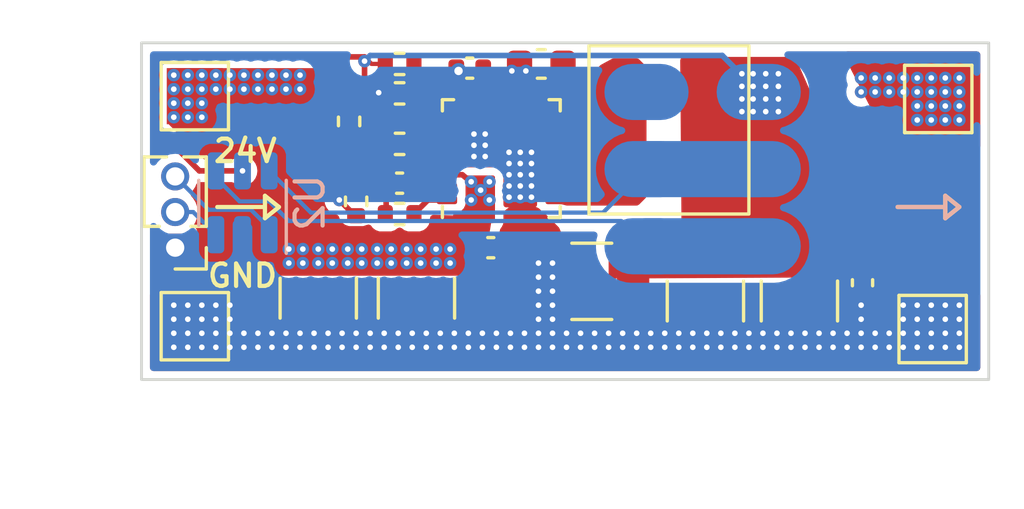
<source format=kicad_pcb>
(kicad_pcb (version 20221018) (generator pcbnew)

  (general
    (thickness 4.69)
  )

  (paper "A4")
  (layers
    (0 "F.Cu" signal)
    (1 "In1.Cu" signal)
    (2 "In2.Cu" signal)
    (31 "B.Cu" signal)
    (32 "B.Adhes" user "B.Adhesive")
    (33 "F.Adhes" user "F.Adhesive")
    (34 "B.Paste" user)
    (35 "F.Paste" user)
    (36 "B.SilkS" user "B.Silkscreen")
    (37 "F.SilkS" user "F.Silkscreen")
    (38 "B.Mask" user)
    (39 "F.Mask" user)
    (40 "Dwgs.User" user "User.Drawings")
    (41 "Cmts.User" user "User.Comments")
    (42 "Eco1.User" user "User.Eco1")
    (43 "Eco2.User" user "User.Eco2")
    (44 "Edge.Cuts" user)
    (45 "Margin" user)
    (46 "B.CrtYd" user "B.Courtyard")
    (47 "F.CrtYd" user "F.Courtyard")
    (48 "B.Fab" user)
    (49 "F.Fab" user)
    (50 "User.1" user)
    (51 "User.2" user)
    (52 "User.3" user)
    (53 "User.4" user)
    (54 "User.5" user)
    (55 "User.6" user)
    (56 "User.7" user)
    (57 "User.8" user)
    (58 "User.9" user)
  )

  (setup
    (stackup
      (layer "F.SilkS" (type "Top Silk Screen"))
      (layer "F.Paste" (type "Top Solder Paste"))
      (layer "F.Mask" (type "Top Solder Mask") (thickness 0.01))
      (layer "F.Cu" (type "copper") (thickness 0.035))
      (layer "dielectric 1" (type "core") (thickness 1.51) (material "FR4") (epsilon_r 4.5) (loss_tangent 0.02))
      (layer "In1.Cu" (type "copper") (thickness 0.035))
      (layer "dielectric 2" (type "prepreg") (thickness 1.51) (material "FR4") (epsilon_r 4.5) (loss_tangent 0.02))
      (layer "In2.Cu" (type "copper") (thickness 0.035))
      (layer "dielectric 3" (type "core") (thickness 1.51) (material "FR4") (epsilon_r 4.5) (loss_tangent 0.02))
      (layer "B.Cu" (type "copper") (thickness 0.035))
      (layer "B.Mask" (type "Bottom Solder Mask") (thickness 0.01))
      (layer "B.Paste" (type "Bottom Solder Paste"))
      (layer "B.SilkS" (type "Bottom Silk Screen"))
      (copper_finish "None")
      (dielectric_constraints no)
    )
    (pad_to_mask_clearance 0)
    (pcbplotparams
      (layerselection 0x00010fc_ffffffff)
      (plot_on_all_layers_selection 0x0000000_00000000)
      (disableapertmacros false)
      (usegerberextensions false)
      (usegerberattributes true)
      (usegerberadvancedattributes true)
      (creategerberjobfile true)
      (dashed_line_dash_ratio 12.000000)
      (dashed_line_gap_ratio 3.000000)
      (svgprecision 6)
      (plotframeref false)
      (viasonmask false)
      (mode 1)
      (useauxorigin false)
      (hpglpennumber 1)
      (hpglpenspeed 20)
      (hpglpendiameter 15.000000)
      (dxfpolygonmode true)
      (dxfimperialunits true)
      (dxfusepcbnewfont true)
      (psnegative false)
      (psa4output false)
      (plotreference true)
      (plotvalue true)
      (plotinvisibletext false)
      (sketchpadsonfab false)
      (subtractmaskfromsilk false)
      (outputformat 1)
      (mirror false)
      (drillshape 0)
      (scaleselection 1)
      (outputdirectory "/tmp/pcbgogo")
    )
  )

  (net 0 "")
  (net 1 "GND")
  (net 2 "unconnected-(U1-Pad10)")
  (net 3 "unconnected-(U1-Pad14)")
  (net 4 "/MODE1")
  (net 5 "/MODE2")
  (net 6 "/EN")
  (net 7 "/CLOCK")
  (net 8 "/DATA")
  (net 9 "unconnected-(J1-Pad4)")
  (net 10 "+5V")
  (net 11 "+24V")
  (net 12 "Net-(C3-Pad2)")
  (net 13 "/SW")
  (net 14 "/BOOT")
  (net 15 "/PHASE")
  (net 16 "/FB")
  (net 17 "/VDRV")
  (net 18 "/VDD")
  (net 19 "Net-(J3-Pad2)")
  (net 20 "Net-(J3-Pad3)")

  (footprint "TestPoint:TestPoint_Pad_2.0x2.0mm" (layer "F.Cu") (at 158.2 118.2))

  (footprint "Resistor_SMD:R_0402_1005Metric" (layer "F.Cu") (at 137.65 113.65 -90))

  (footprint "Capacitor_SMD:C_1210_3225Metric" (layer "F.Cu") (at 136.3 117.1 -90))

  (footprint "Capacitor_SMD:C_0402_1005Metric" (layer "F.Cu") (at 139.2 113 180))

  (footprint "Capacitor_SMD:C_0402_1005Metric" (layer "F.Cu") (at 141.7 108.9 180))

  (footprint "Resistor_SMD:R_0402_1005Metric" (layer "F.Cu") (at 139.2 114.1 180))

  (footprint "TestPoint:TestPoint_Pad_2.0x2.0mm" (layer "F.Cu") (at 158.4 110))

  (footprint "Connector_PinHeader_1.27mm:PinHeader_1x03_P1.27mm_Vertical" (layer "F.Cu") (at 131.2 115.3 180))

  (footprint "Capacitor_SMD:C_1210_3225Metric" (layer "F.Cu") (at 153.45 117.2 -90))

  (footprint "Capacitor_SMD:C_1210_3225Metric" (layer "F.Cu") (at 150.1 117.2 -90))

  (footprint "Resistor_SMD:R_0402_1005Metric" (layer "F.Cu") (at 139.2 111.6 180))

  (footprint "Capacitor_SMD:C_0603_1608Metric" (layer "F.Cu") (at 144.25 108.75 180))

  (footprint "TestPoint:TestPoint_Pad_2.0x2.0mm" (layer "F.Cu") (at 131.9 118.1))

  (footprint "Capacitor_SMD:C_1210_3225Metric" (layer "F.Cu") (at 139.8 117.1 -90))

  (footprint "apo:Vishay_PowerPAK_MLP44-24L" (layer "F.Cu") (at 142.825 112.125 90))

  (footprint "Resistor_SMD:R_0402_1005Metric" (layer "F.Cu") (at 137.4 110.8 90))

  (footprint "TestPoint:TestPoint_Pad_2.0x2.0mm" (layer "F.Cu") (at 131.9 109.9))

  (footprint "Capacitor_SMD:C_0402_1005Metric" (layer "F.Cu") (at 155.7 116.55 90))

  (footprint "Capacitor_SMD:C_1210_3225Metric" (layer "F.Cu") (at 146.05 116.5))

  (footprint "Resistor_SMD:R_0402_1005Metric" (layer "F.Cu") (at 139.2 108.75))

  (footprint "apo:EXL1V0505" (layer "F.Cu") (at 148.8 111.1 90))

  (footprint "Resistor_SMD:R_0402_1005Metric" (layer "F.Cu") (at 139.2 109.8 180))

  (footprint "Capacitor_SMD:C_0402_1005Metric" (layer "F.Cu") (at 142.45 115.3))

  (footprint "Package_TO_SOT_SMD:SOT-23-6" (layer "B.Cu") (at 133.6 113.7 90))

  (footprint "apo:APA102_CONN" (layer "B.Cu") (at 152 113.875))

  (footprint "apo:APA102_CONN" (layer "B.Cu") (at 148 113.875))

  (gr_line (start 159.15 113.85) (end 158.65 113.45)
    (stroke (width 0.15) (type solid)) (layer "B.SilkS") (tstamp 3676f199-5a14-4ac4-92f7-7efc586b7889))
  (gr_line (start 158.65 114.25) (end 159.15 113.85)
    (stroke (width 0.15) (type solid)) (layer "B.SilkS") (tstamp 75f936ae-7511-41df-b1b3-74bcbf1053e7))
  (gr_line (start 158.65 113.85) (end 156.95 113.85)
    (stroke (width 0.15) (type solid)) (layer "B.SilkS") (tstamp 971c4655-3162-4819-9355-927eb7ac3fc8))
  (gr_line (start 158.65 113.45) (end 158.65 114.25)
    (stroke (width 0.15) (type solid)) (layer "B.SilkS") (tstamp df8dc673-ede2-4745-90ef-0fd8ea2c64c7))
  (gr_line (start 158.65 113.45) (end 158.65 114.25)
    (stroke (width 0.15) (type solid)) (layer "F.SilkS") (tstamp 0fc5d717-b4a2-4210-93f9-17597bf4bc63))
  (gr_line (start 134.4 113.45) (end 134.4 114.25)
    (stroke (width 0.15) (type solid)) (layer "F.SilkS") (tstamp 22f50a9b-55ae-42a9-b15a-ac1d38939f76))
  (gr_line (start 134.4 114.25) (end 134.9 113.85)
    (stroke (width 0.15) (type solid)) (layer "F.SilkS") (tstamp 27ffa1d0-54d2-466e-94d9-0fe17ae20bff))
  (gr_line (start 134.9 113.85) (end 134.4 113.45)
    (stroke (width 0.15) (type solid)) (layer "F.SilkS") (tstamp 324a4fa3-1e22-4c22-ac64-189f7bf5e38e))
  (gr_line (start 132.7 113.85) (end 134.4 113.85)
    (stroke (width 0.15) (type solid)) (layer "F.SilkS") (tstamp 99090439-6940-42e6-97e5-e9f0710101d1))
  (gr_line (start 159.15 113.85) (end 158.65 113.45)
    (stroke (width 0.15) (type solid)) (layer "F.SilkS") (tstamp ac0d57a8-0aef-4cff-b0c3-90bbd7bdf384))
  (gr_line (start 156.95 113.85) (end 158.65 113.85)
    (stroke (width 0.15) (type solid)) (layer "F.SilkS") (tstamp c56de110-2ced-4989-ac20-943acf4c10bb))
  (gr_line (start 158.65 114.25) (end 159.15 113.85)
    (stroke (width 0.15) (type solid)) (layer "F.SilkS") (tstamp d4c46183-82c5-482b-a4ba-e301f70f1da3))
  (gr_rect (start 130 108) (end 160.2 120)
    (stroke (width 0.1) (type solid)) (fill none) (layer "Edge.Cuts") (tstamp 0d823a84-1a44-45ef-997c-1f1f85751717))
  (gr_text "GND" (at 133.6 116.3) (layer "F.SilkS") (tstamp 280203a5-3072-4dce-961d-56b30bd96bc3)
    (effects (font (size 0.8 0.8) (thickness 0.15)))
  )
  (gr_text "24V" (at 133.7 111.85) (layer "F.SilkS") (tstamp e42fe8d0-004a-4a6a-8f3f-374448be236b)
    (effects (font (size 0.8 0.8) (thickness 0.15)))
  )

  (segment (start 137.05 112.675528) (end 137.05 113.6) (width 0.2) (layer "F.Cu") (net 1) (tstamp 08e423bd-fa7e-4c28-bf09-70fefb4011bb))
  (segment (start 143.35 108.775) (end 143.475 108.65) (width 0.2) (layer "F.Cu") (net 1) (tstamp 09a78456-ec75-4804-87fb-82761ad99e8d))
  (segment (start 143.35 109) (end 143.35 108.775) (width 0.2) (layer "F.Cu") (net 1) (tstamp 42f128fa-193d-445e-8dde-27a57efecfbe))
  (segment (start 141.22 108.9) (end 141.3 108.98) (width 0.2) (layer "F.Cu") (net 1) (tstamp 443e0554-bc2b-4cf2-9e5c-655695f6366d))
  (segment (start 143.1275 110.959928) (end 143.1275 111.4625) (width 0.2) (layer "F.Cu") (net 1) (tstamp 4940523d-3c80-48a8-8178-08a6906e480a))
  (segment (start 143.35 110.2) (end 143.35 109.5) (width 0.2) (layer "F.Cu") (net 1) (tstamp 50d02e7c-26da-4817-a30d-296d08902b0a))
  (segment (start 138.479462 109.8) (end 138.454038 109.774576) (width 0.15) (layer "F.Cu") (net 1) (tstamp 5f027496-084f-4237-8381-247d06fd9596))
  (segment (start 143.35 110.2) (end 143.35 110.737428) (width 0.2) (layer "F.Cu") (net 1) (tstamp 6bdb04cd-ece6-4294-84ba-7dc9ab8dc77e))
  (segment (start 142 110.2) (end 142 109.7) (width 0.2) (layer "F.Cu") (net 1) (tstamp 7909e0c8-a912-4e59-ae4d-65e0252fc307))
  (segment (start 137.65 114.16) (end 137.61 114.16) (width 0.2) (layer "F.Cu") (net 1) (tstamp 79682fc4-6507-44bd-a10b-2da93401c9cf))
  (segment (start 138.69 111.6) (end 138.125528 111.6) (width 0.2) (layer "F.Cu") (net 1) (tstamp 88135e05-1300-42cf-8261-25e39fcb2f5a))
  (segment (start 141.3 108.98) (end 141.3 109) (width 0.2) (layer "F.Cu") (net 1) (tstamp 8de10cae-7fcd-4b7a-bc37-cd3f128f7a41))
  (segment (start 143.35 109.5) (end 143.35 109) (width 0.2) (layer "F.Cu") (net 1) (tstamp 947bc1d0-bbcd-4c40-9e22-ff6c3f36ea14))
  (segment (start 143.35 110.737428) (end 143.1275 110.959928) (width 0.2) (layer "F.Cu") (net 1) (tstamp a3ea93c1-d33d-4177-a71e-b9e5b63bcecd))
  (segment (start 138.125528 111.6) (end 137.05 112.675528) (width 0.2) (layer "F.Cu") (net 1) (tstamp b7e76e2b-92fc-449b-8419-d03b6196c0cc))
  (segment (start 138.64 109.8) (end 138.479462 109.8) (width 0.15) (layer "F.Cu") (net 1) (tstamp b8a8fa7f-5f0d-47bb-a762-12b8e672a8fc))
  (segment (start 142 109.7) (end 141.3 109) (width 0.2) (layer "F.Cu") (net 1) (tstamp cfa7d1aa-ea67-44c7-8220-2e38d77dcdb2))
  (segment (start 141.85 111.15) (end 141.85 111.65) (width 0.3) (layer "F.Cu") (net 1) (tstamp d000ceb6-51b2-4cc1-add8-4c22ab232f12))
  (segment (start 137.61 114.16) (end 137.05 113.6) (width 0.2) (layer "F.Cu") (net 1) (tstamp ef76f465-a03b-4363-9729-a6ac1a0ccd7d))
  (segment (start 142 110.2) (end 142 111) (width 0.2) (layer "F.Cu") (net 1) (tstamp fce6c964-678c-47a2-bc1e-e8ebc8fa17a9))
  (via (at 151.15 118.85) (size 0.45) (drill 0.2) (layers "F.Cu" "B.Cu") (net 1) (tstamp 035ec966-f6d0-43b7-8467-a89e0310709e))
  (via (at 145.65 118.85) (size 0.45) (drill 0.2) (layers "F.Cu" "B.Cu") (net 1) (tstamp 03ef142c-9d23-493f-b3d0-d9f53bda2e29))
  (via (at 153.65 118.35) (size 0.45) (drill 0.2) (layers "F.Cu" "B.Cu") (net 1) (tstamp 04b96011-35e3-451d-be48-cca2bbabf272))
  (via (at 132.65 117.35) (size 0.45) (drill 0.2) (layers "F.Cu" "B.Cu") (net 1) (tstamp 0c35c094-140c-4da7-9223-7bbbd5f6f1e2))
  (via (at 143.15 118.85) (size 0.45) (drill 0.2) (layers "F.Cu" "B.Cu") (net 1) (tstamp 0e249cd6-f18a-461d-b5a6-7cd4cf18a4fa))
  (via (at 141.3 109) (size 0.56) (drill 0.3) (layers "F.Cu" "B.Cu") (net 1) (tstamp 0ef5a775-2f3a-4aca-8af1-54415eba8f04))
  (via (at 154.15 118.85) (size 0.45) (drill 0.2) (layers "F.Cu" "B.Cu") (net 1) (tstamp 0fa2db81-8677-486b-a187-34436256a581))
  (via (at 136.65 118.35) (size 0.45) (drill 0.2) (layers "F.Cu" "B.Cu") (net 1) (tstamp 10d370ae-2ed0-408f-b620-b4b85acd981c))
  (via (at 158.65 118.35) (size 0.45) (drill 0.2) (layers "F.Cu" "B.Cu") (net 1) (tstamp 11ace683-de0f-47c4-b658-a27ca1230305))
  (via (at 144.15 116.85) (size 0.45) (drill 0.2) (layers "F.Cu" "B.Cu") (net 1) (tstamp 133af040-eeb0-4597-a817-fba3eb39b392))
  (via (at 153.15 118.85) (size 0.45) (drill 0.2) (layers "F.Cu" "B.Cu") (net 1) (tstamp 14169915-4366-488c-b3da-b23110c51ddd))
  (via (at 156.65 118.85) (size 0.45) (drill 0.2) (layers "F.Cu" "B.Cu") (net 1) (tstamp 15272e60-fa97-4a1c-b817-e58b8ab67433))
  (via (at 139.15 118.35) (size 0.45) (drill 0.2) (layers "F.Cu" "B.Cu") (net 1) (tstamp 15aee3f1-1e5e-4aed-b539-72fb32c0cb79))
  (via (at 143.5 111.9) (size 0.45) (drill 0.2) (layers "F.Cu" "B.Cu") (net 1) (tstamp 161206b4-89d4-4a28-a556-5474b4489455))
  (via (at 159.15 117.85) (size 0.45) (drill 0.2) (layers "F.Cu" "B.Cu") (net 1) (tstamp 1a46bd4b-cbfd-4448-aab4-a1f7e96a026a))
  (via (at 131.15 117.85) (size 0.45) (drill 0.2) (layers "F.Cu" "B.Cu") (net 1) (tstamp 1a73cd52-5ed1-4474-ac9b-3aeaef094cfa))
  (via (at 157.65 118.85) (size 0.45) (drill 0.2) (layers "F.Cu" "B.Cu") (net 1) (tstamp 1b4713e6-bc37-41b6-bd21-3f4e4fae0a9c))
  (via (at 158.65 117.35) (size 0.45) (drill 0.2) (layers "F.Cu" "B.Cu") (net 1) (tstamp 1c015ac2-fee3-45db-9cdf-dc4014f539ed))
  (via (at 142.25 111.25) (size 0.45) (drill 0.2) (layers "F.Cu" "B.Cu") (net 1) (tstamp 1c061432-bbc3-45ae-b30b-fc872b35efcd))
  (via (at 148.65 118.85) (size 0.45) (drill 0.2) (layers "F.Cu" "B.Cu") (net 1) (tstamp 1e8abcda-1fa0-4045-ae98-98c024c496db))
  (via (at 142.25 112.05) (size 0.45) (drill 0.2) (layers "F.Cu" "B.Cu") (net 1) (tstamp 2046211d-1d3b-45b7-b3b2-7cd5dd929e9a))
  (via (at 141.65 118.35) (size 0.45) (drill 0.2) (layers "F.Cu" "B.Cu") (net 1) (tstamp 2234faa4-2af7-4eda-8443-159ad3082b2a))
  (via (at 158.15 118.35) (size 0.45) (drill 0.2) (layers "F.Cu" "B.Cu") (net 1) (tstamp 25dbd309-21ba-442e-b500-d3f3abe44973))
  (via (at 144.65 117.85) (size 0.45) (drill 0.2) (layers "F.Cu" "B.Cu") (net 1) (tstamp 265631e4-d48e-4f5d-8f11-a85963c401d3))
  (via (at 141.65 118.85) (size 0.45) (drill 0.2) (layers "F.Cu" "B.Cu") (net 1) (tstamp 275d6be5-d69e-4a4a-9ffc-b70521eb3da2))
  (via (at 154.15 118.35) (size 0.45) (drill 0.2) (layers "F.Cu" "B.Cu") (net 1) (tstamp 27f2e98a-52ce-42d5-b2e0-1e0d71953b9f))
  (via (at 143.9 113.1) (size 0.45) (drill 0.2) (layers "F.Cu" "B.Cu") (net 1) (tstamp 28115bf6-f40a-486b-ad32-ba127943c8d9))
  (via (at 144.15 118.35) (size 0.45) (drill 0.2) (layers "F.Cu" "B.Cu") (net 1) (tstamp 283e82e7-3f02-4149-be73-eea98dc3f6be))
  (via (at 132.15 118.85) (size 0.45) (drill 0.2) (layers "F.Cu" "B.Cu") (net 1) (tstamp 29b8b9db-df2f-40df-85b1-f63a669b0ad3))
  (via (at 142.15 118.35) (size 0.45) (drill 0.2) (layers "F.Cu" "B.Cu") (net 1) (tstamp 2bb4d36e-fa1c-4da9-af5e-47bfbab433e1))
  (via (at 159.15 117.35) (size 0.45) (drill 0.2) (layers "F.Cu" "B.Cu") (net 1) (tstamp 2bd93905-3e74-412b-8766-56c5f30bbfdd))
  (via (at 150.65 118.85) (size 0.45) (drill 0.2) (layers "F.Cu" "B.Cu") (net 1) (tstamp 2be81f20-a8b4-421e-95cb-5b1b57cfb7b3))
  (via (at 149.15 118.85) (size 0.45) (drill 0.2) (layers "F.Cu" "B.Cu") (net 1) (tstamp 2c7ffd40-164f-43f5-9d0b-dea71e86fa11))
  (via (at 143.5 112.3) (size 0.45) (drill 0.2) (layers "F.Cu" "B.Cu") (net 1) (tstamp 2fc31eef-2d1e-4560-aac2-0f5d32c90ff3))
  (via (at 139.15 118.85) (size 0.45) (drill 0.2) (layers "F.Cu" "B.Cu") (net 1) (tstamp 31176a4a-faad-40fd-a0d1-66929abd8752))
  (via (at 135.65 118.35) (size 0.45) (drill 0.2) (layers "F.Cu" "B.Cu") (net 1) (tstamp 311d2a74-85d9-4484-b9ec-bed47ef320ef))
  (via (at 143.5 113.5) (size 0.45) (drill 0.2) (layers "F.Cu" "B.Cu") (net 1) (tstamp 31d64d38-a2d6-4b90-8e10-df0b2f9b1cfc))
  (via (at 144.65 118.35) (size 0.45) (drill 0.2) (layers "F.Cu" "B.Cu") (net 1) (tstamp 31df30e5-c801-4452-9a96-bdf2e8836b4b))
  (via (at 138.15 118.35) (size 0.45) (drill 0.2) (layers "F.Cu" "B.Cu") (net 1) (tstamp 32648c21-21ef-4039-bd2a-a87b60fbbcd6))
  (via (at 156.15 118.85) (size 0.45) (drill 0.2) (layers "F.Cu" "B.Cu") (net 1) (tstamp 32d2323f-6ee9-4cf0-a21f-ee85130d5da4))
  (via (at 139.65 118.85) (size 0.45) (drill 0.2) (layers "F.Cu" "B.Cu") (net 1) (tstamp 34252c01-4f68-4ea0-ab4e-b863b24a9ecd))
  (via (at 143.9 111.9) (size 0.45) (drill 0.2) (layers "F.Cu" "B.Cu") (net 1) (tstamp 34336ea7-e8fe-48c0-80ff-4b2c05a15976))
  (via (at 131.15 117.35) (size 0.45) (drill 0.2) (layers "F.Cu" "B.Cu") (net 1) (tstamp 35bc1777-3975-4efe-8642-98005be98531))
  (via (at 142.65 118.35) (size 0.45) (drill 0.2) (layers "F.Cu" "B.Cu") (net 1) (tstamp 37d6ef17-9e0f-43de-9ca1-4378dde439f1))
  (via (at 155.15 118.85) (size 0.45) (drill 0.2) (layers "F.Cu" "B.Cu") (net 1) (tstamp 39c82588-e8ac-4604-a0e6-1dffd242275a))
  (via (at 157.65 117.85) (size 0.45) (drill 0.2) (layers "F.Cu" "B.Cu") (net 1) (tstamp 3ad4c00e-4480-4731-b344-628cda995b68))
  (via (at 157.15 118.85) (size 0.45) (drill 0.2) (layers "F.Cu" "B.Cu") (net 1) (tstamp 3cb55b76-457e-4f17-97e1-8f2d95cdbd71))
  (via (at 140.65 118.35) (size 0.45) (drill 0.2) (layers "F.Cu" "B.Cu") (net 1) (tstamp 3e513377-ae59-49ff-8bbf-c2cd0b02fe00))
  (via (at 152.65 118.35) (size 0.45) (drill 0.2) (layers "F.Cu" "B.Cu") (net 1) (tstamp 403c8713-6bc4-485f-9123-0e145a0108c1))
  (via (at 140.15 118.35) (size 0.45) (drill 0.2) (layers "F.Cu" "B.Cu") (net 1) (tstamp 414ba9d7-01f5-4522-83f1-70d4ffbc3b61))
  (via (at 137.15 118.35) (size 0.45) (drill 0.2) (layers "F.Cu" "B.Cu") (net 1) (tstamp 445db5ed-425b-434d-a648-1485d6f7bc0d))
  (via (at 144.15 117.35) (size 0.45) (drill 0.2) (layers "F.Cu" "B.Cu") (net 1) (tstamp 44bccc7a-01c1-4996-a318-c11ab8f73e17))
  (via (at 146.65 118.85) (size 0.45) (drill 0.2) (layers "F.Cu" "B.Cu") (net 1) (tstamp 49097002-3559-41f7-90eb-52bea33e0d9c))
  (via (at 135.65 118.85) (size 0.45) (drill 0.2) (layers "F.Cu" "B.Cu") (net 1) (tstamp 4951b335-3895-455c-a33b-96ce1883ac96))
  (via (at 158.15 117.35) (size 0.45) (drill 0.2) (layers "F.Cu" "B.Cu") (net 1) (tstamp 4ce9aff3-8b30-4a96-a0ee-33c2722e1793))
  (via (at 151.65 118.85) (size 0.45) (drill 0.2) (layers "F.Cu" "B.Cu") (net 1) (tstamp 4d6d9fd2-b5af-40c4-aaf2-a6ad7aaf8676))
  (via (at 157.65 117.35) (size 0.45) (drill 0.2) (layers "F.Cu" "B.Cu") (net 1) (tstamp 4ec716aa-8145-4776-8d47-61d6a78d7d56))
  (via (at 141.15 118.35) (size 0.45) (drill 0.2) (layers "F.Cu" "B.Cu") (net 1) (tstamp 502ba3f7-a019-4701-bd19-fe6d4308d825))
  (via (at 137.65 118.35) (size 0.45) (drill 0.2) (layers "F.Cu" "B.Cu") (net 1) (tstamp 50af5ac3-7bb5-4c13-970c-a6633ef8c0c8))
  (via (at 158.65 118.85) (size 0.45) (drill 0.2) (layers "F.Cu" "B.Cu") (net 1) (tstamp 51084dda-8171-4a57-9191-0b4d4546cd86))
  (via (at 143.9 112.3) (size 0.45) (drill 0.2) (layers "F.Cu" "B.Cu") (net 1) (tstamp 5414d815-16e1-464a-a432-76d017443244))
  (via (at 156.15 118.35) (size 0.45) (drill 0.2) (layers "F.Cu" "B.Cu") (net 1) (tstamp 55d7e2b6-7545-4522-b9eb-7df11b5488d3))
  (via (at 144.15 116.35) (size 0.45) (drill 0.2) (layers "F.Cu" "B.Cu") (net 1) (tstamp 56482d7c-91cd-478b-a33e-30e013f3ab1b))
  (via (at 141.85 111.25) (size 0.45) (drill 0.2) (layers "F.Cu" "B.Cu") (net 1) (tstamp 5675f508-d647-4d8a-a803-d6adc7a13aa1))
  (via (at 144.65 115.85) (size 0.45) (drill 0.2) (layers "F.Cu" "B.Cu") (net 1) (tstamp 56a93cca-9cf1-4a96-b58a-97d7ce700e4f))
  (via (at 131.65 118.85) (size 0.45) (drill 0.2) (layers "F.Cu" "B.Cu") (net 1) (tstamp 577845cb-1df5-44d5-8d80-94cabf4f406e))
  (via (at 147.65 118.35) (size 0.45) (drill 0.2) (layers "F.Cu" "B.Cu") (net 1) (tstamp 5860b0e7-6198-4cc6-866c-24038aa8ae6e))
  (via (at 144.65 117.35) (size 0.45) (drill 0.2) (layers "F.Cu" "B.Cu") (net 1) (tstamp 58ea4af0-cdad-4eb4-b72c-306ef9836403))
  (via (at 158.15 117.85) (size 0.45) (drill 0.2) (layers "F.Cu" "B.Cu") (net 1) (tstamp 5b5915f6-ecda-42f3-8f47-e9a8a43e3872))
  (via (at 144.15 118.85) (size 0.45) (drill 0.2) (layers "F.Cu" "B.Cu") (net 1) (tstamp 5c8b179b-1a35-478a-ad04-6e030ffab2a5))
  (via (at 146.15 118.35) (size 0.45) (drill 0.2) (layers "F.Cu" "B.Cu") (net 1) (tstamp 5cf40be5-a965-4c03-9e33-6fc7b542ef66))
  (via (at 157.15 118.35) (size 0.45) (drill 0.2) (layers "F.Cu" "B.Cu") (net 1) (tstamp 5e8caffd-9aee-4ac2-b134-168d58feed18))
  (via (at 143.9 112.7) (size 0.45) (drill 0.2) (layers "F.Cu" "B.Cu") (net 1) (tstamp 5ebccdb3-ebbd-40d1-9e40-f2387252f98c))
  (via (at 138.454038 109.774576) (size 0.45) (drill 0.2) (layers "F.Cu" "B.Cu") (net 1) (tstamp 6211622b-dc58-42a7-8bdc-2c03ff82aa28))
  (via (at 137.15 118.85) (size 0.45) (drill 0.2) (layers "F.Cu" "B.Cu") (net 1) (tstamp 63c5d361-eae8-401b-8840-8818d630b489))
  (via (at 149.65 118.85) (size 0.45) (drill 0.2) (layers "F.Cu" "B.Cu") (net 1) (tstamp 68739f76-1e78-42c8-a181-04fee9d4d475))
  (via (at 134.65 118.85) (size 0.45) (drill 0.2) (layers "F.Cu" "B.Cu") (net 1) (tstamp 6890fc74-9a30-46ec-b67c-9089731a88ea))
  (via (at 155.65 117.35) (size 0.45) (drill 0.2) (layers "F.Cu" "B.Cu") (net 1) (tstamp 68b9ca57-b4d5-45bb-8f9f-21bbe0edb2f0))
  (via (at 147.15 118.35) (size 0.45) (drill 0.2) (layers "F.Cu" "B.Cu") (net 1) (tstamp 699138cc-cb38-459f-bd9b-a8d40633c83d))
  (via (at 135.15 118.85) (size 0.45) (drill 0.2) (layers "F.Cu" "B.Cu") (net 1) (tstamp 6d61458b-bf66-4a11-b92f-92c02ec505e0))
  (via (at 134.15 118.35) (size 0.45) (drill 0.2) (layers "F.Cu" "B.Cu") (net 1) (tstamp 701e031c-6464-4854-9baa-9c15d9cddec9))
  (via (at 151.65 118.35) (size 0.45) (drill 0.2) (layers "F.Cu" "B.Cu") (net 1) (tstamp 703b18cb-694e-43ee-8789-5133edaf2449))
  (via (at 133.65 118.85) (size 0.45) (drill 0.2) (layers "F.Cu" "B.Cu") (net 1) (tstamp 720e0547-a8a0-4357-a0cb-1fdd2e90a6ae))
  (via (at 155.65 117.85) (size 0.45) (drill 0.2) (layers "F.Cu" "B.Cu") (net 1) (tstamp 7269eb3e-1928-4916-823f-fd329012d7d7))
  (via (at 145.65 118.35) (size 0.45) (drill 0.2) (layers "F.Cu" "B.Cu") (net 1) (tstamp 728bd525-352b-41e2-ad06-bfcb1ee5d076))
  (via (at 139.65 118.35) (size 0.45) (drill 0.2) (layers "F.Cu" "B.Cu") (net 1) (tstamp 72fffd85-0353-43ea-9b49-d7241c452d4f))
  (via (at 141.15 118.85) (size 0.45) (drill 0.2) (layers "F.Cu" "B.Cu") (net 1) (tstamp 746065f9-b202-4902-8faa-04f38c2fc87b))
  (via (at 137.05 113.6) (size 0.45) (drill 0.2) (layers "F.Cu" "B.Cu") (net 1) (tstamp 761b8217-fa5c-4d76-b33e-aa3e8359f21b))
  (via (at 152.15 118.85) (size 0.45) (drill 0.2) (layers "F.Cu" "B.Cu") (net 1) (tstamp 763f7a1f-44ac-4817-94c7-20c78f3616b5))
  (via (at 147.65 118.85) (size 0.45) (drill 0.2) (layers "F.Cu" "B.Cu") (net 1) (tstamp 785b2c3c-8e80-4b0e-aca5-2a68db3e7843))
  (via (at 157.15 117.35) (size 0.45) (drill 0.2) (layers "F.Cu" "B.Cu") (net 1) (tstamp 78866515-36dc-4ccb-a132-1debafa4cc67))
  (via (at 138.15 118.85) (size 0.45) (drill 0.2) (layers "F.Cu" "B.Cu") (net 1) (tstamp 7b340771-52a5-41ff-b6e2-413c6d5badce))
  (via (at 151.15 118.35) (size 0.45) (drill 0.2) (layers "F.Cu" "B.Cu") (net 1) (tstamp 7c55a498-65c5-44ba-9de0-6480573341d5))
  (via (at 143.9 113.5) (size 0.45) (drill 0.2) (layers "F.Cu" "B.Cu") (net 1) (tstamp 7d1d082e-7153-4bb8-be14-aa4a35dc1f14))
  (via (at 133.15 117.85) (size 0.45) (drill 0.2) (layers "F.Cu" "B.Cu") (net 1) (tstamp 7d90a795-5c43-4790-9c91-57d9e2eaa034))
  (via (at 132.65 117.85) (size 0.45) (drill 0.2) (layers "F.Cu" "B.Cu") (net 1) (tstamp 7f2285db-2007-40ed-9448-6381648be27f))
  (via (at 140.65 118.85) (size 0.45) (drill 0.2) (layers "F.Cu" "B.Cu") (net 1) (tstamp 8137264b-d416-423e-986a-32826d2651e3))
  (via (at 135.15 118.35) (size 0.45) (drill 0.2) (layers "F.Cu" "B.Cu") (net 1) (tstamp 81e2f8b4-0998-4b4b-b073-2b0f3c6b25b2))
  (via (at 132.65 118.85) (size 0.45) (drill 0.2) (layers "F.Cu" "B.Cu") (net 1) (tstamp 820bceed-7d55-43bd-99b3-cbb77583ebac))
  (via (at 148.15 118.85) (size 0.45) (drill 0.2) (layers "F.Cu" "B.Cu") (net 1) (tstamp 82f43e2e-2f24-4831-a8d3-80e5c5ee5082))
  (via (at 141.85 111.65) (size 0.45) (drill 0.2) (layers "F.Cu" "B.Cu") (net 1) (tstamp 86c0ddb2-34f8-4fb8-9611-71a9aff73882))
  (via (at 149.65 118.35) (size 0.45) (drill 0.2) (layers "F.Cu" "B.Cu") (net 1) (tstamp 87077056-2dcb-45b7-b571-68a76135f444))
  (via (at 154.65 118.85) (size 0.45) (drill 0.2) (layers "F.Cu" "B.Cu") (net 1) (tstamp 87355f69-75ce-4d3a-908d-929d11c23531))
  (via (at 156.65 118.35) (size 0.45) (drill 0.2) (layers "F.Cu" "B.Cu") (net 1) (tstamp 8b6140b8-c28b-4d1b-8e85-d625d0674904))
  (via (at 146.15 118.85) (size 0.45) (drill 0.2) (layers "F.Cu" "B.Cu") (net 1) (tstamp 9025ab31-f451-41b2-88fd-524213c85c55))
  (via (at 153.65 118.85) (size 0.45) (drill 0.2) (layers "F.Cu" "B.Cu") (net 1) (tstamp 9031dd0e-dde5-438c-897e-9a7b6973aaa1))
  (via (at 133.15 118.85) (size 0.45) (drill 0.2) (layers "F.Cu" "B.Cu") (net 1) (tstamp 90671a2d-6509-4bf8-9fda-0a5b27bc32e0))
  (via (at 138.65 118.85) (size 0.45) (drill 0.2) (layers "F.Cu" "B.Cu") (net 1) (tstamp 9335485d-e960-46d9-b98c-58af995ba0ec))
  (via (at 157.15 117.85) (size 0.45) (drill 0.2) (layers "F.Cu" "B.Cu") (net 1) (tstamp 9428e4a9-ba05-4419-b394-fa192555a05f))
  (via (at 131.15 118.85) (size 0.45) (drill 0.2) (layers "F.Cu" "B.Cu") (net 1) (tstamp 9522d535-094c-435d-a636-387a16e4699f))
  (via (at 136.65 118.85) (size 0.45) (drill 0.2) (layers "F.Cu" "B.Cu") (net 1) (tstamp 961cd699-ced3-4a3d-89b4-bf84056660d1))
  (via (at 143.65 118.35) (size 0.45) (drill 0.2) (layers "F.Cu" "B.Cu") (net 1) (tstamp 994988bc-252b-4154-81f7-41feb4720c46))
  (via (at 148.65 118.35) (size 0.45) (drill 0.2) (layers "F.Cu" "B.Cu") (net 1) (tstamp 997cc033-6fb7-491e-a131-3d9b5a09a584))
  (via (at 155.15 118.35) (size 0.45) (drill 0.2) (layers "F.Cu" "B.Cu") (net 1) (tstamp 9b6ee52e-68aa-484a-957d-1b51ef7647c8))
  (via (at 143.1 113.5) (size 0.45) (drill 0.2) (layers "F.Cu" "B.Cu") (net 1) (tstamp 9d1a3bd9-fc86-4d1d-957d-fcca05b33962))
  (via (at 143.1 112.7) (size 0.45) (drill 0.2) (layers "F.Cu" "B.Cu") (net 1) (tstamp 9e12238e-2f11-4a00-b1d9-2c3ccb03b53c))
  (via (at 144.65 116.35) (size 0.45) (drill 0.2) (layers "F.Cu" "B.Cu") (net 1) (tstamp a0b922f8-413f-430d-802b-c15e326c958d))
  (via (at 140.15 118.85) (size 0.45) (drill 0.2) (layers "F.Cu" "B.Cu") (net 1) (tstamp a765b732-879f-45da-9614-2591f2d9d0b1))
  (via (at 152.65 118.85) (size 0.45) (drill 0.2) (layers "F.Cu" "B.Cu") (net 1) (tstamp a7b950e9-51ba-4639-bc40-99f5a74aac0d))
  (via (at 132.15 117.35) (size 0.45) (drill 0.2) (layers "F.Cu" "B.Cu") (net 1) (tstamp a87f1758-94d5-42ea-971b-c293d7468427))
  (via (at 143.65 118.85) (size 0.45) (drill 0.2) (layers "F.Cu" "B.Cu") (net 1) (tstamp a890f9f4-ae27-4454-a528-18340c8cce3c))
  (via (at 133.15 117.35) (size 0.45) (drill 0.2) (layers "F.Cu" "B.Cu") (net 1) (tstamp a8a7e591-eba5-4b14-a767-f152c0a38ff8))
  (via (at 148.15 118.35) (size 0.45) (drill 0.2) (layers "F.Cu" "B.Cu") (net 1) (tstamp ab104b79-2753-4de5-885f-6078551adce5))
  (via (at 159.15 118.85) (size 0.45) (drill 0.2) (layers "F.Cu" "B.Cu") (net 1) (tstamp ad450c0e-a19c-46f7-9002-c9e20f180eca))
  (via (at 145.15 118.35) (size 0.45) (drill 0.2) (layers "F.Cu" "B.Cu") (net 1) (tstamp b2178dce-1033-4d0c-9c44-b4e4b26a68ec))
  (via (at 142.15 118.85) (size 0.45) (drill 0.2) (layers "F.Cu" "B.Cu") (net 1) (tstamp b343f435-d38e-4ddf-953f-f6ce9049e841))
  (via (at 145.15 118.85) (size 0.45) (drill 0.2) (layers "F.Cu" "B.Cu") (net 1) (tstamp b598bdc1-8c78-49c6-85c4-9dd50551f67b))
  (via (at 153.15 118.35) (size 0.45) (drill 0.2) (layers "F.Cu" "B.Cu") (net 1) (tstamp b90af6a0-2696-4543-82ae-d1d9f32d336f))
  (via (at 133.65 118.35) (size 0.45) (drill 0.2) (layers "F.Cu" "B.Cu") (net 1) (tstamp b9246049-eb02-4e77-978c-49bc9e9dc56b))
  (via (at 131.15 118.35) (size 0.45) (drill 0.2) (layers "F.Cu" "B.Cu") (net 1) (tstamp baafb259-e8db-4d6e-b2d6-6b9b1fa59836))
  (via (at 150.15 118.35) (size 0.45) (drill 0.2) (layers "F.Cu" "B.Cu") (net 1) (tstamp bdc2fc4a-eaae-4287-8e55-fae77461eb99))
  (via (at 136.15 118.35) (size 0.45) (drill 0.2) (layers "F.Cu" "B.Cu") (net 1) (tstamp bfa25266-486b-4bd2-9c07-055024ea769d))
  (via (at 131.65 118.35) (size 0.45) (drill 0.2) (layers "F.Cu" "B.Cu") (net 1) (tstamp c4643bda-557e-49ff-83e1-46b07eb6c189))
  (via (at 142.25 111.65) (size 0.45) (drill 0.2) (layers "F.Cu" "B.Cu") (net 1) (tstamp c6ff1b48-ed62-4d13-a267-03418f6f87b4))
  (via (at 144.15 117.85) (size 0.45) (drill 0.2) (layers "F.Cu" "B.Cu") (net 1) (tstamp c89dc3f7-df24-4e55-b2b3-48160d77fa83))
  (via (at 155.65 118.35) (size 0.45) (drill 0.2) (layers "F.Cu" "B.Cu") (net 1) (tstamp ca4ab834-8530-4b80-8283-8f65270e0f24))
  (via (at 132.15 117.85) (size 0.45) (drill 0.2) (layers "F.Cu" "B.Cu") (net 1) (tstamp ca79c7d7-dbcc-453a-8ded-a06848227e4b))
  (via (at 132.65 118.35) (size 0.45) (drill 0.2) (layers "F.Cu" "B.Cu") (net 1) (tstamp cb26fa43-0ab9-4c16-a42d-105303025b3a))
  (via (at 131.65 117.35) (size 0.45) (drill 0.2) (layers "F.Cu" "B.Cu") (net 1) (tstamp cc6b8445-d924-43b7-9e08-884cdf7a365c))
  (via (at 143.5 113.1) (size 0.45) (drill 0.2) (layers "F.Cu" "B.Cu") (net 1) (tstamp cec5c631-6cb2-4bf5-a344-f2bf07403838))
  (via (at 143.5 112.7) (size 0.45) (drill 0.2) (layers "F.Cu" "B.Cu") (net 1) (tstamp cf11d027-a51b-4fad-b943-47cc5207d855))
  (via (at 144.15 115.85) (size 0.45) (drill 0.2) (layers "F.Cu" "B.Cu") (net 1) (tstamp cf78e8f0-b654-4070-8067-a11fd5a7b34b))
  (via (at 143.1 113.1) (size 0.45) (drill 0.2) (layers "F.Cu" "B.Cu") (net 1) (tstamp d25907fc-eb42-4acd-9a61-79ef550d9e5b))
  (via (at 154.65 118.35) (size 0.45) (drill 0.2) (layers "F.Cu" "B.Cu") (net 1) (tstamp d5568606-3ff0-4294-b0f9-bba786bfe592))
  (via (at 147.15 118.85) (size 0.45) (drill 0.2) (layers "F.Cu" "B.Cu") (net 1) (tstamp d63d188d-8004-4777-85ca-cc2e6f4785eb))
  (via (at 143.15 118.35) (size 0.45) (drill 0.2) (layers "F.Cu" "B.Cu") (net 1) (tstamp d682994c-7d0e-4b6a-8c77-bcd6868db956))
  (via (at 158.65 117.85) (size 0.45) (drill 0.2) (layers "F.Cu" "B.Cu") (net 1) (tstamp dea0dc4e-4094-4fa5-9650-b0e060ad6782))
  (via (at 142.65 118.85) (size 0.45) (drill 0.2) (layers "F.Cu" "B.Cu") (net 1) (tstamp e12f8b1d-8989-4930-9b4f-b23ae92cd690))
  (via (at 141.85 112.05) (size 0.45) (drill 0.2) (layers "F.Cu" "B.Cu") (net 1) (tstamp e1777e3e-e6d8-4925-849a-c975661031a6))
  (via (at 134.65 118.35) (size 0.45) (drill 0.2) (layers "F.Cu" "B.Cu") (net 1) (tstamp e201dcbd-98fb-4c18-8f27-dd8b272e7edc))
  (via (at 155.65 118.85) (size 0.45) (drill 0.2) (layers "F.Cu" "B.Cu") (net 1) (tstamp e232ca7d-462b-466f-aab2-3b9412d29374))
  (via (at 144.65 118.85) (size 0.45) (drill 0.2) (layers "F.Cu" "B.Cu") (net 1) (tstamp e57341da-f154-448a-93b8-b8fe448f3ede))
  (via (at 144.65 116.85) (size 0.45) (drill 0.2) (layers "F.Cu" "B.Cu") (net 1) (tstamp e651110c-bbd2-4c4c-afad-db564f7274ab))
  (via (at 143.1 112.3) (size 0.45) (drill 0.2) (layers "F.Cu" "B.Cu") (net 1) (tstamp e6ae9470-634d-4f29-b3ca-60dfca67a9ba))
  (via (at 131.65 117.85) (size 0.45) (drill 0.2) (layers "F.Cu" "B.Cu") (net 1) (tstamp e76cfdcf-7848-4602-b9d2-0ffef7535c47))
  (via (at 159.15 118.35) (size 0.45) (drill 0.2) (layers "F.Cu" "B.Cu") (net 1) (tstamp e95d5639-3271-4088-bdd7-d25f7549a640))
  (via (at 132.15 118.35) (size 0.45) (drill 0.2) (layers "F.Cu" "B.Cu") (net 1) (tstamp eb531ec0-4ac4-4079-beb7-5c1bccf10927))
  (via (at 136.15 118.85) (size 0.45) (drill 0.2) (layers "F.Cu" "B.Cu") (net 1) (tstamp ec4df9b9-2272-41d5-9461-7314435786ac))
  (via (at 146.65 118.35) (size 0.45) (drill 0.2) (layers "F.Cu" "B.Cu") (net 1) (tstamp ed77f6a6-155e-46b9-a153-118ded6f4f6d))
  (via (at 143.7 109) (size 0.45) (drill 0.2) (layers "F.Cu" "B.Cu") (net 1) (tstamp ed879acd-3c5c-408b-8714-a3c3fbfc6c25))
  (via (at 157.65 118.35) (size 0.45) (drill 0.2) (layers "F.Cu" "B.Cu") (net 1) (tstamp ef41b024-b370-4e6e-90cd-0393858d2db7))
  (via (at 134.15 118.85) (size 0.45) (drill 0.2) (layers "F.Cu" "B.Cu") (net 1) (tstamp f10f5491-2cf4-4c49-87e0-8b0e6ce023aa))
  (via (at 138.65 118.35) (size 0.45) (drill 0.2) (layers "F.Cu" "B.Cu") (net 1) (tstamp f314435a-42c9-4649-99e0-f2e641587e47))
  (via (at 149.15 118.35) (size 0.45) (drill 0.2) (layers "F.Cu" "B.Cu") (net 1) (tstamp f45661a2-33a5-4e7d-bbf0-172d9e2b56c7))
  (via (at 150.65 118.35) (size 0.45) (drill 0.2) (layers "F.Cu" "B.Cu") (net 1) (tstamp f5ef2328-ec89-471f-8493-9a20cc084fe4))
  (via (at 158.15 118.85) (size 0.45) (drill 0.2) (layers "F.Cu" "B.Cu") (net 1) (tstamp f6539fb5-8733-4823-a39d-6e5d8902567d))
  (via (at 152.15 118.35) (size 0.45) (drill 0.2) (layers "F.Cu" "B.Cu") (net 1) (tstamp f69f412c-b12e-4ab9-9521-f953537f4583))
  (via (at 137.65 118.85) (size 0.45) (drill 0.2) (layers "F.Cu" "B.Cu") (net 1) (tstamp f6c27a32-0548-4a29-9068-4c02e252c507))
  (via (at 150.15 118.85) (size 0.45) (drill 0.2) (layers "F.Cu" "B.Cu") (net 1) (tstamp f91acf64-f9ff-4a8b-a73f-26cdb17d0528))
  (via (at 133.15 118.35) (size 0.45) (drill 0.2) (layers "F.Cu" "B.Cu") (net 1) (tstamp fc48adcc-df69-47ff-a950-1706931f1218))
  (via (at 143.1 111.9) (size 0.45) (drill 0.2) (layers "F.Cu" "B.Cu") (net 1) (tstamp fec1f37b-2b9a-43bc-9ee3-943c5b51ad97))
  (via (at 143.2 109) (size 0.45) (drill 0.2) (layers "F.Cu" "B.Cu") (net 1) (tstamp fee7811a-f54c-41df-9eee-dfa8e553f6ad))
  (segment (start 148 118) (end 152 118) (width 2) (layer "B.Cu") (net 1) (tstamp 3883e2be-e1ae-4645-bb9f-3079fc3d5d07))
  (segment (start 144.25 110.5875) (end 144.25 110.2) (width 0.2) (layer "F.Cu") (net 2) (tstamp 4a8ffeb9-fc4e-45a4-b426-dfc9a365130c))
  (segment (start 143.815 111.14) (end 144.25 110.705) (width 0.2) (layer "F.Cu") (net 2) (tstamp 4ecb4b16-0b97-405b-ba69-bbf56e7edb35))
  (segment (start 144.25 110.705) (end 144.25 110.2) (width 0.2) (layer "F.Cu") (net 2) (tstamp 81d93235-e33a-424f-84cb-9543bb09dbe3))
  (segment (start 144.7625 111.1) (end 144.25 110.5875) (width 0.2) (layer "F.Cu") (net 2) (tstamp 960d39ca-68c6-458f-8cda-42838ffdc32a))
  (segment (start 138.4 112.39) (end 137.65 113.14) (width 0.2) (layer "F.Cu") (net 4) (tstamp 2b0f5a81-9969-4a4d-ae5d-476e702e1a90))
  (segment (start 140.765381 112) (end 140.375381 112.39) (width 0.2) (layer "F.Cu") (net 4) (tstamp 2e9aa22f-cdb1-46d0-9cec-1d834a3d2a42))
  (segment (start 140.8875 112) (end 140.765381 112) (width 0.2) (layer "F.Cu") (net 4) (tstamp 5caaf9f6-143b-4190-a44b-4cfdb42bb14f))
  (segment (start 140.375381 112.39) (end 138.4 112.39) (width 0.2) (layer "F.Cu") (net 4) (tstamp 901d86de-92fd-45fa-a90a-8dcc4e7ab2d2))
  (segment (start 139.71 111.6) (end 139.76 111.55) (width 0.2) (layer "F.Cu") (net 5) (tstamp 093f3b2e-7c31-4214-87ee-63bf89de5c4e))
  (segment (start 139.76 111.55) (end 140.8875 111.55) (width 0.2) (layer "F.Cu") (net 5) (tstamp 924af6be-7eb3-4b0f-aaa7-e17f83cae9d1))
  (segment (start 139.925183 110.78) (end 137.89 110.78) (width 0.2) (layer "F.Cu") (net 6) (tstamp 5c801d53-4cda-4622-96ab-4a782bcf2637))
  (segment (start 137.89 110.78) (end 137.4 110.29) (width 0.2) (layer "F.Cu") (net 6) (tstamp 941849a6-d9c8-4862-ba56-efb4acc01192))
  (segment (start 140.8875 111.1) (end 140.245183 111.1) (width 0.2) (layer "F.Cu") (net 6) (tstamp c2b914e6-0abd-454a-a658-f85b0b371c18))
  (segment (start 140.245183 111.1) (end 139.925183 110.78) (width 0.2) (layer "F.Cu") (net 6) (tstamp ea914e19-c6a1-49b8-87f9-1570ec876c69))
  (segment (start 134.555829 113.650499) (end 135.254831 114.349501) (width 0.15) (layer "B.Cu") (net 7) (tstamp 615ef5fa-c6e1-44c2-ace1-eae13153ce3f))
  (segment (start 132.65 112.80533) (end 133.495169 113.650499) (width 0.15) (layer "B.Cu") (net 7) (tstamp 707ce733-f3d7-4c48-a0cb-7ed86b566a72))
  (segment (start 152 115.25) (end 148 115.25) (width 2) (layer "B.Cu") (net 7) (tstamp 70f1352e-5f34-4a13-89f8-c7ff705dd7ba))
  (segment (start 132.65 112.5625) (end 132.65 112.80533) (width 0.15) (layer "B.Cu") (net 7) (tstamp 74f53c99-1f6f-45b9-9cb8-12d69678de54))
  (segment (start 135.254831 114.349501) (end 147.099501 114.349501) (width 0.15) (layer "B.Cu") (net 7) (tstamp ac31dd7b-1947-431e-a8bc-a91b30028c7a))
  (segment (start 147.099501 114.349501) (end 148 115.25) (width 0.15) (layer "B.Cu") (net 7) (tstamp bc1d98e1-9008-46ae-8efa-58cdd26b135c))
  (segment (start 133.495169 113.650499) (end 134.555829 113.650499) (width 0.15) (layer "B.Cu") (net 7) (tstamp c842b2d0-ab1b-42fb-9e7c-8cb4a7dc23b3))
  (segment (start 134.55 112.5625) (end 136.0375 114.05) (width 0.15) (layer "B.Cu") (net 8) (tstamp 0edaf56a-b259-47c2-8681-1ec0e0050fe6))
  (segment (start 136.0375 114.05) (end 146.45 114.05) (width 0.15) (layer "B.Cu") (net 8) (tstamp 8284300c-200f-4fa7-8f1c-886d082333f7))
  (segment (start 146.45 114.05) (end 148 112.5) (width 0.15) (layer "B.Cu") (net 8) (tstamp 86e8276b-39c4-45f1-95eb-0cb4ddbbf7b8))
  (segment (start 148 112.5) (end 152 112.5) (width 2) (layer "B.Cu") (net 8) (tstamp 9f42c457-7afd-4cb4-896b-ebb4dd7b2905))
  (segment (start 130.55 111.05) (end 130.55 108.75) (width 0.2) (layer "F.Cu") (net 10) (tstamp 003859ff-a931-4696-bdd5-8bc9e7134063))
  (segment (start 137.95 108.5) (end 137.95 108.65) (width 0.2) (layer "F.Cu") (net 10) (tstamp 2f353df4-0cee-4571-a94a-977836207682))
  (segment (start 140.6075 110.37) (end 138.345528 110.37) (width 0.2) (layer "F.Cu") (net 10) (tstamp 32735603-2ca9-4aff-a06b-d8d579e3db36))
  (segment (start 130.55 108.75) (end 130.8 108.5) (width 0.2) (layer "F.Cu") (net 10) (tstamp 3e35d30f-8aba-445f-86cf-acb072ebc268))
  (segment (start 137.95 109.974472) (end 137.95 108.65) (width 0.2) (layer "F.Cu") (net 10) (tstamp 5f66fc18-27ce-4736-b47b-25012640e59b))
  (segment (start 138.345528 110.37) (end 137.95 109.974472) (width 0.2) (layer "F.Cu") (net 10) (tstamp 66e9205e-9f20-412c-929a-2caaf224ae4c))
  (segment (start 132.0625 112.5625) (end 130.55 111.05) (width 0.2) (layer "F.Cu") (net 10) (tstamp 8a477521-27fa-47fb-bad3-fedd50350b9c))
  (segment (start 140.8875 110.65) (end 140.6075 110.37) (width 0.2) (layer "F.Cu") (net 10) (tstamp 8c6e0b10-3b02-4805-8cfc-6d9b22e4398e))
  (segment (start 138.69 108.75) (end 138.2 108.75) (width 0.15) (layer "F.Cu") (net 10) (tstamp 8db96a71-57b9-4d41-a9b7-0fdfaa6c94b6))
  (segment (start 138.2 108.75) (end 137.95 108.5) (width 0.15) (layer "F.Cu") (net 10) (tstamp 91b22e12-2741-45ad-b583-138f806c66a4))
  (segment (start 133.600002 112.5625) (end 132.0625 112.5625) (width 0.2) (layer "F.Cu") (net 10) (tstamp 98528afa-2a0a-46c2-b29b-daad80f34a1a))
  (segment (start 130.8 108.5) (end 137.95 108.5) (width 0.2) (layer "F.Cu") (net 10) (tstamp b2a9a800-96ae-46a6-896f-bee544525d80))
  (via (at 152.25 109.55) (size 0.45) (drill 0.2) (layers "F.Cu" "B.Cu") (net 10) (tstamp 0c93e8bf-3554-4423-bcdb-236f4862b38b))
  (via (at 137.95 108.65) (size 0.45) (drill 0.2) (layers "F.Cu" "B.Cu") (net 10) (tstamp 23536f1f-e37c-4853-8e0a-8264819bc1c3))
  (via (at 133.600002 112.5625) (size 0.45) (drill 0.2) (layers "F.Cu" "B.Cu") (net 10) (tstamp 506c52a5-d4fb-4674-a504-7411983ae6e7))
  (via (at 151.4 109.1) (size 0.45) (drill 0.2) (layers "F.Cu" "B.Cu") (net 10) (tstamp 5d0f1ef2-231c-48a1-a1f3-f0ab183ece31))
  (via (at 152.7 110) (size 0.45) (drill 0.2) (layers "F.Cu" "B.Cu") (net 10) (tstamp 773d4380-9f1f-4d70-b560-db691319eb0d))
  (via (at 151.4 109.55) (size 0.45) (drill 0.2) (layers "F.Cu" "B.Cu") (net 10) (tstamp 7e4abed7-bdae-4d32-9de6-ca5073b6533b))
  (via (at 152.25 110.45) (size 0.45) (drill 0.2) (layers "F.Cu" "B.Cu") (net 10) (tstamp 900b2169-190d-43cc-b7df-6fe09e2c480f))
  (via (at 152.7 109.55) (size 0.45) (drill 0.2) (layers "F.Cu" "B.Cu") (net 10) (tstamp 9c430022-9928-4794-aec4-1bd0fe833664))
  (via (at 152.7 109.1) (size 0.45) (drill 0.2) (layers "F.Cu" "B.Cu") (net 10) (tstamp a6185db5-198d-461e-9580-7e2da390f0bb))
  (via (at 152.25 110) (size 0.45) (drill 0.2) (layers "F.Cu" "B.Cu") (net 10) (tstamp b62e6c4b-a780-4a5e-87cd-0501e8ecb585))
  (via (at 152.7 110.45) (size 0.45) (drill 0.2) (layers "F.Cu" "B.Cu") (net 10) (tstamp c1e572a3-dfec-4a65-b350-3ed40b4e4b85))
  (via (at 151.4 110) (size 0.45) (drill 0.2) (layers "F.Cu" "B.Cu") (net 10) (tstamp c22e3fed-1aa3-47e1-ae8b-db981b084152))
  (via (at 151.4 110.45) (size 0.45) (drill 0.2) (layers "F.Cu" "B.Cu") (net 10) (tstamp c6a56167-4824-43be-9c77-aae8f8f1b844))
  (via (at 151.8 109.55) (size 0.45) (drill 0.2) (layers "F.Cu" "B.Cu") (net 10) (tstamp db962225-4404-495f-b296-0a2d147e18d7))
  (via (at 152.25 109.1) (size 0.45) (drill 0.2) (layers "F.Cu" "B.Cu") (net 10) (tstamp dca10d29-1229-42de-ae1c-4406375b0b8e))
  (via (at 151.8 109.1) (size 0.45) (drill 0.2) (layers "F.Cu" "B.Cu") (net 10) (tstamp de6797be-461c-45af-a47c-3edf17a5eebb))
  (via (at 151.8 110) (size 0.45) (drill 0.2) (layers "F.Cu" "B.Cu") (net 10) (tstamp eb40c474-eb65-4e2f-8863-05c953997cf3))
  (via (at 151.8 110.45) (size 0.45) (drill 0.2) (layers "F.Cu" "B.Cu") (net 10) (tstamp ee126db5-0ce7-46d2-ba64-8ae8f3a837c7))
  (segment (start 150.699996 108.449996) (end 138.150004 108.449996) (width 0.2) (layer "B.Cu") (net 10) (tstamp 0d8065ce-357a-4bb0-9b62-760b005c8c8c))
  (segment (start 138.150004 108.449996) (end 137.95 108.65) (width 0.2) (layer "B.Cu") (net 10) (tstamp 3cfbc247-adea-4dc1-8ef5-82a4bf34cdd8))
  (segment (start 152 109.75) (end 150.699996 108.449996) (width 0.2) (layer "B.Cu") (net 10) (tstamp 814ad743-685a-4aec-af3a-02400fb9dd3d))
  (segment (start 141.8 113) (end 141.8 113.5455) (width 0.2) (layer "F.Cu") (net 11) (tstamp 025a05ff-bf2d-4387-9dd4-b4e33ec7ffc7))
  (segment (start 142.0875 113.3125) (end 142.3 113.525) (width 0.2) (layer "F.Cu") (net 11) (tstamp 1b80a7ba-76d6-439e-9c85-23e3be6af23f))
  (segment (start 141.8 113.5) (end 141.8 113.5455) (width 0.2) (layer "F.Cu") (net 11) (tstamp 26ec2fb2-699e-4318-94d9-75743d208d1b))
  (segment (start 142.075 113.3) (end 142.0875 113.3125) (width 0.2) (layer "F.Cu") (net 11) (tstamp 55cd026f-0d5c-449b-8b7c-8db858c895c2))
  (segment (start 140.8875 112.7) (end 141.43217 112.7) (width 0.2) (layer "F.Cu") (net 11) (tstamp 85cc2ba4-9fcf-48b6-9dbb-66d2315e3985))
  (segment (start 141.43217 112.7) (end 141.8 113) (width 0.2) (layer "F.Cu") (net 11) (tstamp 8ce4de3a-84da-426f-a520-5785f9f60a41))
  (segment (start 142.3 113) (end 142.3 113.5455) (width 0.2) (layer "F.Cu") (net 11) (tstamp b2900560-81dc-4ff2-8b54-dd18fa1fcf10))
  (segment (start 142.3 113.525) (end 142.3 113.5455) (width 0.2) (layer "F.Cu") (net 11) (tstamp dd373a58-fd3c-48f8-8ed7-860245bff31b))
  (segment (start 142.3 113) (end 141.8 113.5) (width 0.2) (layer "F.Cu") (net 11) (tstamp f0edd5f2-d44b-40ca-be20-3a3686e0e21b))
  (via (at 131.15 109.65) (size 0.45) (drill 0.2) (layers "F.Cu" "B.Cu") (net 11) (tstamp 008f08d7-650e-4a62-a475-c9dfc1a2711d))
  (via (at 131.65 110.65) (size 0.45) (drill 0.2) (layers "F.Cu" "B.Cu") (net 11) (tstamp 00f5257a-abf0-46dd-a55f-706195e92e15))
  (via (at 131.65 110.15) (size 0.45) (drill 0.2) (layers "F.Cu" "B.Cu") (net 11) (tstamp 0123c557-0a4e-487a-a715-feaeee490cc5))
  (via (at 134.15 109.65) (size 0.45) (drill 0.2) (layers "F.Cu" "B.Cu") (net 11) (tstamp 045f4d54-715d-4630-899b-0f83f3f50e6b))
  (via (at 158.15 109.75) (size 0.45) (drill 0.2) (layers "F.Cu" "B.Cu") (net 11) (tstamp 106dc556-6dca-40fd-b8cd-b96b2a8dea21))
  (via (at 134.15 109.15) (size 0.45) (drill 0.2) (layers "F.Cu" "B.Cu") (net 11) (tstamp 161664d5-d338-4ea0-8539-36d506b225c0))
  (via (at 158.15 110.75) (size 0.45) (drill 0.2) (layers "F.Cu" "B.Cu") (net 11) (tstamp 16c6eb21-c9b7-4b26-bbc2-d62b0771f957))
  (via (at 158.15 109.25) (size 0.45) (drill 0.2) (layers "F.Cu" "B.Cu") (net 11) (tstamp 16f087b5-31c2-4acc-863a-8e42b3626f82))
  (via (at 135.15 109.15) (size 0.45) (drill 0.2) (layers "F.Cu" "B.Cu") (net 11) (tstamp 27890c8e-2a04-41fb-8460-52bc89281671))
  (via (at 142.4 113.6) (size 0.45) (drill 0.2) (layers "F.Cu" "B.Cu") (net 11) (tstamp 2d2b5dee-ba97-4fc8-91da-c8bbf86d0f59))
  (via (at 133.15 109.15) (size 0.45) (drill 0.2) (layers "F.Cu" "B.Cu") (net 11) (tstamp 3a29f283-c1ea-4218-9da2-9e813349b084))
  (via (at 135.15 109.65) (size 0.45) (drill 0.2) (layers "F.Cu" "B.Cu") (net 11) (tstamp 3af15ba0-684d-4bce-b1ea-5a4decfbea72))
  (via (at 159.15 110.25) (size 0.45) (drill 0.2) (layers "F.Cu" "B.Cu") (net 11) (tstamp 3b8d4eda-e1ff-4518-a448-01c3cf143f46))
  (via (at 159.15 109.75) (size 0.45) (drill 0.2) (layers "F.Cu" "B.Cu") (net 11) (tstamp 4106d811-4896-4667-b1c0-1284006d7ff2))
  (via (at 131.65 109.15) (size 0.45) (drill 0.2) (layers "F.Cu" "B.Cu") (net 11) (tstamp 434e8556-488c-4614-8e78-5436fd0526d2))
  (via (at 135.25 115.35) (size 0.45) (drill 0.2) (layers "F.Cu" "B.Cu") (net 11) (tstamp 43f2defc-f76c-4cc0-8ebb-aa6dd7ef859e))
  (via (at 135.75 115.85) (size 0.45) (drill 0.2) (layers "F.Cu" "B.Cu") (net 11) (tstamp 45cd2261-76cd-48b2-a854-d55d86dfdd85))
  (via (at 157.15 109.75) (size 0.45) (drill 0.2) (layers "F.Cu" "B.Cu") (net 11) (tstamp 46dc1c6a-bacb-4190-bf49-034f1a71f47a))
  (via (at 135.75 115.35) (size 0.45) (drill 0.2) (layers "F.Cu" "B.Cu") (net 11) (tstamp 49749e22-a80e-4e94-aa5d-e5026a8926fa))
  (via (at 139.45 115.35) (size 0.45) (drill 0.2) (layers "F.Cu" "B.Cu") (net 11) (tstamp 4a0f345d-1ed8-4f2a-a22b-ce880a4be84b))
  (via (at 158.65 110.75) (size 0.45) (drill 0.2) (layers "F.Cu" "B.Cu") (net 11) (tstamp 4bd4eb3c-3eea-457b-8090-27e3005eb826))
  (via (at 155.65 109.25) (size 0.45) (drill 0.2) (layers "F.Cu" "B.Cu") (net 11) (tstamp 4c0ce26c-b7d1-43f5-8e16-2eca313df117))
  (via (at 136.3 115.35) (size 0.45) (drill 0.2) (layers "F.Cu" "B.Cu") (net 11) (tstamp 4f2fb4d6-ed44-4fd8-a84d-6607d346a946))
  (via (at 141.75 112.95) (size 0.45) (drill 0.2) (layers "F.Cu" "B.Cu") (net 11) (tstamp 4f7ed009-463d-4f5a-bcee-0acf974dc10e))
  (via (at 132.15 110.65) (size 0.45) (drill 0.2) (layers "F.Cu" "B.Cu") (net 11) (tstamp 508b57f4-fe82-4d43-bf5d-d8bd14c46252))
  (via (at 157.65 110.25) (size 0.45) (drill 0.2) (layers "F.Cu" "B.Cu") (net 11) (tstamp 548d67ae-8be7-4004-8f4b-e379547f81fb))
  (via (at 137.85 115.35) (size 0.45) (drill 0.2) (layers "F.Cu" "B.Cu") (net 11) (tstamp 5dbe91d5-0f15-4911-ad8a-5342614d0159))
  (via (at 156.15 109.25) (size 0.45) (drill 0.2) (layers "F.Cu" "B.Cu") (net 11) (tstamp 627ed740-da17-4e27-bf7a-1d9bd37ab579))
  (via (at 133.15 109.65) (size 0.45) (drill 0.2) (layers "F.Cu" "B.Cu") (net 11) (tstamp 64cdb476-922f-4df4-96a1-88663dca9e35))
  (via (at 132.65 109.15) (size 0.45) (drill 0.2) (layers "F.Cu" "B.Cu") (net 11) (tstamp 67d3dab9-5736-4c1b-9ea2-53ae7820cd1c))
  (via (at 138.4 115.85) (size 0.45) (drill 0.2) (layers "F.Cu" "B.Cu") (net 11) (tstamp 6905d6c5-dd9c-4e91-b963-a3cc6b85c957))
  (via (at 142.0875 113.25) (size 0.45) (drill 0.2) (layers "F.Cu" "B.Cu") (net 11) (tstamp 6c1501b3-3e6b-4fdf-b036-e704dab5f5b0))
  (via (at 132.65 109.65) (size 0.45) (drill 0.2) (layers "F.Cu" "B.Cu") (net 11) (tstamp 6f8d38bf-52e0-4dab-a135-920449be0895))
  (via (at 157.15 109.25) (size 0.45) (drill 0.2) (layers "F.Cu" "B.Cu") (net 11) (tstamp 754f0994-ecee-4393-92a6-5da79578a6ef))
  (via (at 156.15 109.75) (size 0.45) (drill 0.2) (layers "F.Cu" "B.Cu") (net 11) (tstamp 76fe77ac-ee0f-4d24-bed6-ecaadbd4d025))
  (via (at 131.15 110.15) (size 0.45) (drill 0.2) (layers "F.Cu" "B.Cu") (net 11) (tstamp 77b435bb-c67f-4010-a2a9-6ec795f5156f))
  (via (at 138.9 115.85) (size 0.45) (drill 0.2) (layers "F.Cu" "B.Cu") (net 11) (tstamp 78cc7ee5-a636-4f90-ac2e-65afc23e80a8))
  (via (at 133.65 109.65) (size 0.45) (drill 0.2) (layers "F.Cu" "B.Cu") (net 11) (tstamp 7bc71f00-2a92-4af1-98cc-3b5ab4f28d6a))
  (via (at 141 115.85) (size 0.45) (drill 0.2) (layers "F.Cu" "B.Cu") (net 11) (tstamp 7c93e61f-1e4d-4f00-a393-c90fb9a222c1))
  (via (at 131.15 109.15) (size 0.45) (drill 0.2) (layers "F.Cu" "B.Cu") (net 11) (tstamp 7ee557ad-a0c0-4549-9e9e-8ee9c3d0b53a))
  (via (at 135.65 109.65) (size 0.45) (drill 0.2) (layers "F.Cu" "B.Cu") (net 11) (tstamp 7eed9513-d944-46bd-aef1-be7b398f1911))
  (via (at 137.35 115.35) (size 0.45) (drill 0.2) (layers "F.Cu" "B.Cu") (net 11) (tstamp 7fe7ac28-3015-4fbe-ba3f-507e67102186))
  (via (at 138.4 115.35) (size 0.45) (drill 0.2) (layers "F.Cu" "B.Cu") (net 11) (tstamp 809c9627-ba28-4614-b6fb-e4dd98c032d4))
  (via (at 158.65 110.25) (size 0.45) (drill 0.2) (layers "F.Cu" "B.Cu") (net 11) (tstamp 82c019c6-e9d7-422f-bd29-d3f86719c461))
  (via (at 156.65 109.25) (size 0.45) (drill 0.2) (layers "F.Cu" "B.Cu") (net 11) (tstamp 8663c956-6dd8-4ef1-9a0a-49f1f992120f))
  (via (at 140.5 115.85) (size 0.45) (drill 0.2) (layers "F.Cu" "B.Cu") (net 11) (tstamp 970067ca-820a-4991-8120-0b2fd2c43765))
  (via (at 135.25 115.85) (size 0.45) (drill 0.2) (layers "F.Cu" "B.Cu") (net 11) (tstamp 99a0ca6b-7d9d-4be9-9258-0b9c7a2f22ab))
  (via (at 136.3 115.85) (size 0.45) (drill 0.2) (layers "F.Cu" "B.Cu") (net 11) (tstamp a30f8177-0632-41c1-975e-18b48d9c738c))
  (via (at 139.95 115.35) (size 0.45) (drill 0.2) (layers "F.Cu" "B.Cu") (net 11) (tstamp a64cdb82-6290-4b16-af59-f2741b47ec8b))
  (via (at 158.65 109.25) (size 0.45) (drill 0.2) (layers "F.Cu" "B.Cu") (net 11) (tstamp a6d9310d-9700-4e3c-982a-dfee6b00a437))
  (via (at 137.35 115.85) (size 0.45) (drill 0.2) (layers "F.Cu" "B.Cu") (net 11) (tstamp a7f68213-9778-4712-8bfa-5ab0951c634f))
  (via (at 155.65 109.75) (size 0.45) (drill 0.2) (layers "F.Cu" "B.Cu") (net 11) (tstamp a917e3e2-6417-4a1a-9831-1a311015115a))
  (via (at 156.65 109.75) (size 0.45) (drill 0.2) (layers "F.Cu" "B.Cu") (net 11) (tstamp a96dbd80-82b5-40eb-8aab-8aef04c20dfc))
  (via (at 141 115.35) (size 0.45) (drill 0.2) (layers "F.Cu" "B.Cu") (net 11) (tstamp ab135c6b-9730-4102-82c5-87e0625f4108))
  (via (at 135.65 109.15) (size 0.45) (drill 0.2) (layers "F.Cu" "B.Cu") (net 11) (tstamp ab449b38-a80b-4660-b576-296b9f92ff42))
  (via (at 131.15 110.65) (size 0.45) (drill 0.2) (layers "F.Cu" "B.Cu") (net 11) (tstamp ae29a0c8-ef7b-42f5-a79b-bd03a6c4dbd6))
  (via (at 139.95 115.85) (size 0.45) (drill 0.2) (layers "F.Cu" "B.Cu") (net 11) (tstamp b0c64844-4512-4cde-ad9f-acc5d7a615bf))
  (via (at 136.8 115.35) (size 0.45) (drill 0.2) (layers "F.Cu" "B.Cu") (net 11) (tstamp b1c7fca5-d4ce-4fd8-8834-6c8a3b76dc35))
  (via (at 131.65 109.65) (size 0.45) (drill 0.2) (layers "F.Cu" "B.Cu") (net 11) (tstamp b71b3fe6-4b95-4d9e-ac6a-0de3afef03fd))
  (via (at 157.65 110.75) (size 0.45) (drill 0.2) (layers "F.Cu" "B.Cu") (net 11) (tstamp b9d7bf76-1330-4426-b7eb-07e56b8c4e85))
  (via (at 140.5 115.35) (size 0.45) (drill 0.2) (layers "F.Cu" "B.Cu") (net 11) (tstamp c08898a9-c91d-427d-8f8c-b762f9e3d424))
  (via (at 139.45 115.85) (size 0.45) (drill 0.2) (layers "F.Cu" "B.Cu") (net 11) (tstamp c7f4db68-3de7-47b1-9dcc-cfd340cb8596))
  (via (at 138.9 115.35) (size 0.45) (drill 0.2) (layers "F.Cu" "B.Cu") (net 11) (tstamp c852ad16-2084-4d88-bbab-0929f168fc1f))
  (via (at 134.65 109.65) (size 0.45) (drill 0.2) (layers "F.Cu" "B.Cu") (net 11) (tstamp cbf87069-2454-4728-9470-180074497696))
  (via (at 157.65 109.75) (size 0.45) (drill 0.2) (layers "F.Cu" "B.Cu") (net 11) (tstamp d23fb542-239d-401e-975c-43fb68efbf95))
  (via (at 132.15 109.65) (size 0.45) (drill 0.2) (layers "F.Cu" "B.Cu") (net 11) (tstamp d296b0b6-aedc-4905-87f8-48abec0f87e3))
  (via (at 137.85 115.85) (size 0.45) (drill 0.2) (layers "F.Cu" "B.Cu") (net 11) (tstamp d642ae06-7fb7-483c-970c-c865e21ba8ac))
  (via (at 159.15 110.75) (size 0.45) (drill 0.2) (layers "F.Cu" "B.Cu") (net 11) (tstamp dc672487-4004-4982-9554-8f59d532fc80))
  (via (at 159.15 109.25) (size 0.45) (drill 0.2) (layers "F.Cu" "B.Cu") (net 11) (tstamp dd6a13ea-cd57-44ae-922e-e69d72e650cc))
  (via (at 158.15 110.25) (size 0.45) (drill 0.2) (layers "F.Cu" "B.Cu") (net 11) (tstamp df4ba878-288b-4ba0-9329-cf8afed2389e))
  (via (at 132.15 109.15) (size 0.45) (drill 0.2) (layers "F.Cu" "B.Cu") (net 11) (tstamp e4da56a5-3ef1-4063-8867-26ae4e95a97e))
  (via (at 136.8 115.85) (size 0.45) (drill 0.2) (layers "F.Cu" "B.Cu") (net 11) (tstamp eb22df78-7eec-4ebc-98ed-5a468682b7a1))
  (via (at 142.4 112.95) (size 0.45) (drill 0.2) (layers "F.Cu" "B.Cu") (net 11) (tstamp ef08a652-8fb3-442d-a014-c738d92463ec))
  (via (at 141.75 113.6) (size 0.45) (drill 0.2) (layers "F.Cu" "B.Cu") (net 11) (tstamp f05944af-2d4c-45c4-9d9f-165779f1577c))
  (via (at 134.65 109.15) (size 0.45) (drill 0.2) (layers "F.Cu" "B.Cu") (net 11) (tstamp f5fe7dcc-09eb-4c48-8055-1de122c7c0fa))
  (via (at 132.15 110.15) (size 0.45) (drill 0.2) (layers "F.Cu" "B.Cu") (net 11) (tstamp f71b25ef-07b2-474f-9658-9d3d391d7192))
  (via (at 157.65 109.25) (size 0.45) (drill 0.2) (layers "F.Cu" "B.Cu") (net 11) (tstamp f791a6a9-1f01-4726-b16a-636657fec511))
  (via (at 158.65 109.75) (size 0.45) (drill 0.2) (layers "F.Cu" "B.Cu") (net 11) (tstamp f8a9c359-61f8-44b7-bab3-264e022bf509))
  (via (at 133.65 109.15) (size 0.45) (drill 0.2) (layers "F.Cu" "B.Cu") (net 11) (tstamp f9bb9c88-a844-4856-822b-b146a08da5c9))
  (segment (start 138.72 113) (end 138.72 114.07) (width 0.2) (layer "F.Cu") (net 12) (tstamp 583add47-fe68-43f5-a24d-b39742d5976f))
  (segment (start 138.72 114.07) (end 138.69 114.1) (width 0.2) (layer "F.Cu") (net 12) (tstamp 6e70d197-92b7-4b7d-86c3-57a8a82e24db))
  (segment (start 139.83 113.15) (end 140.8875 113.15) (width 0.2) (layer "F.Cu") (net 14) (tstamp cb0b4fea-1bfb-41c3-88a6-3764d5f2e8cd))
  (segment (start 139.68 113) (end 139.83 113.15) (width 0.2) (layer "F.Cu") (net 14) (tstamp d5234343-c9c8-497c-9f6d-f2d34fbd390b))
  (segment (start 140.21 113.6) (end 139.71 114.1) (width 0.2) (layer "F.Cu") (net 15) (tstamp 885c14ce-6653-4178-a5dc-73c2c26d2574))
  (segment (start 140.8875 113.6) (end 140.21 113.6) (width 0.2) (layer "F.Cu") (net 15) (tstamp a76653ef-0e75-4b53-8805-69edd7d75bd5))
  (segment (start 139.71 109.8) (end 139.71 108.75) (width 0.15) (layer "F.Cu") (net 16) (tstamp 127f6ba6-012b-4c4f-a22a-11a674e95eb3))
  (segment (start 141.15 109.8) (end 141.55 110.2) (width 0.15) (layer "F.Cu") (net 16) (tstamp 5d5dbb67-3123-4980-9fa3-6e1ecb9d9c48))
  (segment (start 139.71 109.8) (end 141.15 109.8) (width 0.15) (layer "F.Cu") (net 16) (tstamp 721d95de-e4b2-4334-b493-4ad90289b6ec))
  (segment (start 143.8 110.2) (end 143.8 109.863236) (width 0.15) (layer "F.Cu") (net 17) (tstamp 4030976e-1a97-4305-afee-f282bd3e0847))
  (segment (start 143.8 109.863236) (end 145.013236 108.65) (width 0.15) (layer "F.Cu") (net 17) (tstamp 5c16aa22-0592-417e-8ebd-9692f5a288da))
  (segment (start 145.013236 108.65) (end 145.025 108.65) (width 0.15) (layer "F.Cu") (net 17) (tstamp b9ef8664-115d-4768-8650-8ee7b19efeb4))
  (segment (start 142.18 108.9) (end 142.45 109.17) (width 0.15) (layer "F.Cu") (net 18) (tstamp a643b834-a45a-46b5-9975-2cbcbb005745))
  (segment (start 142.45 109.17) (end 142.45 110.2) (width 0.15) (layer "F.Cu") (net 18) (tstamp cc483b38-861c-44a8-8e83-88ff46cde5fa))
  (segment (start 131.8425 114.03) (end 132.65 114.8375) (width 0.15) (layer "B.Cu") (net 19) (tstamp 1104d0fd-f50c-4a48-93cd-223b681bc595))
  (segment (start 131.2 114.03) (end 131.8425 114.03) (width 0.15) (layer "B.Cu") (net 19) (tstamp 1593cd0f-6ae9-43ea-ba37-65ad8e7e4deb))
  (segment (start 134.55 114.59467) (end 133.90533 113.95) (width 0.15) (layer "B.Cu") (net 20) (tstamp 0a366e32-8131-45d0-afc2-6b89fefc24d4))
  (segment (start 133.90533 113.95) (end 132.39 113.95) (width 0.15) (layer "B.Cu") (net 20) (tstamp 5093ba50-9115-4a93-b56d-3e5ad3d16550))
  (segment (start 132.39 113.95) (end 131.2 112.76) (width 0.15) (layer "B.Cu") (net 20) (tstamp 53e2c8e3-d904-46c9-b19e-d0919682aa52))
  (segment (start 134.55 114.8375) (end 134.55 114.59467) (width 0.15) (layer "B.Cu") (net 20) (tstamp 9886ed2a-610f-45a3-a880-abfd8acb1556))

  (zone (net 10) (net_name "+5V") (layer "F.Cu") (tstamp 23419bde-faf5-4188-bf5c-a10f7dcab46a) (hatch edge 0.508)
    (connect_pads yes (clearance 0.3))
    (min_thickness 0.254) (filled_areas_thickness no)
    (fill yes (thermal_gap 0.508) (thermal_bridge_width 0.508))
    (polygon
      (pts
        (xy 156.75 116.35)
        (xy 146.65 116.4)
        (xy 146.65 114.9)
        (xy 149.25 114.9)
        (xy 149.2 108.5)
        (xy 153.3 108.5)
      )
    )
    (filled_polygon
      (layer "F.Cu")
      (pts
        (xy 153.285865 108.520002)
        (xy 153.333095 108.575304)
        (xy 156.672762 116.174256)
        (xy 156.681859 116.244668)
        (xy 156.651444 116.308819)
        (xy 156.591175 116.346344)
        (xy 156.558035 116.35095)
        (xy 146.776624 116.399373)
        (xy 146.708405 116.379709)
        (xy 146.661647 116.326284)
        (xy 146.65 116.273375)
        (xy 146.65 115.026)
        (xy 146.670002 114.957879)
        (xy 146.723658 114.911386)
        (xy 146.776 114.9)
        (xy 149.25 114.9)
        (xy 149.200992 108.626984)
        (xy 149.220461 108.558709)
        (xy 149.273752 108.511799)
        (xy 149.326988 108.5)
        (xy 153.217744 108.5)
      )
    )
  )
  (zone (net 11) (net_name "+24V") (layer "F.Cu") (tstamp 30a7acdc-7eb3-4a1b-bee9-26137c726a47) (hatch edge 0.508)
    (connect_pads yes (clearance 0.3))
    (min_thickness 0.254) (filled_areas_thickness no)
    (fill yes (thermal_gap 0.254) (thermal_bridge_width 0.254) (smoothing chamfer) (radius 0.3))
    (polygon
      (pts
        (xy 137.95 114.05)
        (xy 141.1 114.15)
        (xy 141.6 113.5)
        (xy 142.6 113.6)
        (xy 142.15 116.3)
        (xy 140.1 116.3)
        (xy 130 116.3)
        (xy 130.05 108.05)
        (xy 137.4 108)
      )
    )
    (filled_polygon
      (layer "F.Cu")
      (pts
        (xy 137.43492 108.920502)
        (xy 137.481413 108.974158)
        (xy 137.492281 109.01509)
        (xy 137.543827 109.582093)
        (xy 137.530074 109.651744)
        (xy 137.480848 109.702904)
        (xy 137.418344 109.7195)
        (xy 137.162962 109.7195)
        (xy 137.150026 109.720723)
        (xy 137.140119 109.721659)
        (xy 137.140116 109.72166)
        (xy 137.132474 109.722382)
        (xy 137.125228 109.724926)
        (xy 137.125226 109.724927)
        (xy 137.087659 109.73812)
        (xy 137.008915 109.765773)
        (xy 136.903577 109.843577)
        (xy 136.825773 109.948915)
        (xy 136.782382 110.072474)
        (xy 136.7795 110.102962)
        (xy 136.7795 110.477038)
        (xy 136.782382 110.507526)
        (xy 136.784926 110.514772)
        (xy 136.784927 110.514774)
        (xy 136.79812 110.552341)
        (xy 136.825773 110.631085)
        (xy 136.903577 110.736423)
        (xy 137.008915 110.814227)
        (xy 137.059289 110.831917)
        (xy 137.125226 110.855073)
        (xy 137.125228 110.855074)
        (xy 137.132474 110.857618)
        (xy 137.140116 110.85834)
        (xy 137.140119 110.858341)
        (xy 137.150026 110.859277)
        (xy 137.162962 110.8605)
        (xy 137.351917 110.8605)
        (xy 137.420038 110.880502)
        (xy 137.441012 110.897405)
        (xy 137.629091 111.085484)
        (xy 137.629094 111.085486)
        (xy 137.651658 111.10805)
        (xy 137.649179 111.110529)
        (xy 137.681665 111.152677)
        (xy 137.689723 111.186957)
        (xy 137.707918 111.387103)
        (xy 137.694165 111.456754)
        (xy 137.67153 111.487605)
        (xy 136.744516 112.414619)
        (xy 136.744503 112.414633)
        (xy 136.72195 112.437186)
        (xy 136.717446 112.446026)
        (xy 136.711965 112.456783)
        (xy 136.701639 112.473635)
        (xy 136.688704 112.491438)
        (xy 136.681907 112.512358)
        (xy 136.674341 112.530622)
        (xy 136.668856 112.541387)
        (xy 136.668855 112.541391)
        (xy 136.664354 112.550224)
        (xy 136.662803 112.560015)
        (xy 136.662803 112.560016)
        (xy 136.660913 112.57195)
        (xy 136.656297 112.591175)
        (xy 136.652565 112.60266)
        (xy 136.652564 112.602664)
        (xy 136.6495 112.612095)
        (xy 136.6495 113.215941)
        (xy 136.629498 113.284062)
        (xy 136.623463 113.292645)
        (xy 136.590976 113.334983)
        (xy 136.538026 113.462817)
        (xy 136.519965 113.6)
        (xy 136.538026 113.737183)
        (xy 136.590976 113.865017)
        (xy 136.614803 113.896069)
        (xy 136.67018 113.968238)
        (xy 136.670183 113.968241)
        (xy 136.675209 113.974791)
        (xy 136.681759 113.979817)
        (xy 136.68176 113.979818)
        (xy 136.771309 114.048532)
        (xy 136.784982 114.059024)
        (xy 136.912817 114.111974)
        (xy 136.928529 114.114042)
        (xy 136.937267 114.115193)
        (xy 137.002193 114.143917)
        (xy 137.0397 114.198366)
        (xy 137.072651 114.292196)
        (xy 137.075773 114.301085)
        (xy 137.153577 114.406423)
        (xy 137.258915 114.484227)
        (xy 137.333294 114.510347)
        (xy 137.375226 114.525073)
        (xy 137.375228 114.525074)
        (xy 137.382474 114.527618)
        (xy 137.390116 114.52834)
        (xy 137.390119 114.528341)
        (xy 137.399622 114.529239)
        (xy 137.412962 114.5305)
        (xy 137.887038 114.5305)
        (xy 137.900378 114.529239)
        (xy 137.909881 114.528341)
        (xy 137.909884 114.52834)
        (xy 137.917526 114.527618)
        (xy 137.924772 114.525074)
        (xy 137.924774 114.525073)
        (xy 138.041085 114.484227)
        (xy 138.041708 114.486)
        (xy 138.099943 114.474117)
        (xy 138.166137 114.499784)
        (xy 138.190682 114.524809)
        (xy 138.243577 114.596423)
        (xy 138.348915 114.674227)
        (xy 138.400707 114.692415)
        (xy 138.465226 114.715073)
        (xy 138.465228 114.715074)
        (xy 138.472474 114.717618)
        (xy 138.480116 114.71834)
        (xy 138.480119 114.718341)
        (xy 138.490026 114.719277)
        (xy 138.502962 114.7205)
        (xy 138.877038 114.7205)
        (xy 138.889974 114.719277)
        (xy 138.899881 114.718341)
        (xy 138.899884 114.71834)
        (xy 138.907526 114.717618)
        (xy 138.914772 114.715074)
        (xy 138.914774 114.715073)
        (xy 138.979293 114.692415)
        (xy 139.031085 114.674227)
        (xy 139.125141 114.604756)
        (xy 139.191819 114.580373)
        (xy 139.261095 114.59591)
        (xy 139.274859 114.604756)
        (xy 139.368915 114.674227)
        (xy 139.420707 114.692415)
        (xy 139.485226 114.715073)
        (xy 139.485228 114.715074)
        (xy 139.492474 114.717618)
        (xy 139.500116 114.71834)
        (xy 139.500119 114.718341)
        (xy 139.510026 114.719277)
        (xy 139.522962 114.7205)
        (xy 139.897038 114.7205)
        (xy 139.909974 114.719277)
        (xy 139.919881 114.718341)
        (xy 139.919884 114.71834)
        (xy 139.927526 114.717618)
        (xy 139.934772 114.715074)
        (xy 139.934774 114.715073)
        (xy 139.999293 114.692415)
        (xy 140.051085 114.674227)
        (xy 140.156423 114.596423)
        (xy 140.234227 114.491085)
        (xy 140.264777 114.404092)
        (xy 140.275073 114.374774)
        (xy 140.275074 114.374772)
        (xy 140.277618 114.367526)
        (xy 140.2805 114.337038)
        (xy 140.2805 114.254048)
        (xy 140.300502 114.185927)
        (xy 140.354158 114.139434)
        (xy 140.410498 114.128111)
        (xy 140.452129 114.129433)
        (xy 140.785177 114.140006)
        (xy 140.785179 114.140006)
        (xy 141.1 114.15)
        (xy 141.176538 114.0505)
        (xy 141.21059 114.0505)
        (xy 141.21514 114.04983)
        (xy 141.215143 114.04983)
        (xy 141.27471 114.041061)
        (xy 141.274711 114.041061)
        (xy 141.284396 114.039635)
        (xy 141.363409 114.000842)
        (xy 141.387262 113.989131)
        (xy 141.387264 113.98913)
        (xy 141.39661 113.984541)
        (xy 141.484927 113.896069)
        (xy 141.539826 113.783759)
        (xy 141.545085 113.747711)
        (xy 141.574709 113.683195)
        (xy 141.619803 113.65023)
        (xy 141.633024 113.64452)
        (xy 141.756021 113.591395)
        (xy 141.86852 113.542805)
        (xy 141.931019 113.533102)
        (xy 142.247137 113.564714)
        (xy 142.312929 113.591395)
        (xy 142.334677 113.613536)
        (xy 142.517492 113.852531)
        (xy 142.542993 113.91879)
        (xy 142.5417 113.949798)
        (xy 142.366572 115.000563)
        (xy 142.36117 115.021594)
        (xy 142.352415 115.046526)
        (xy 142.3495 115.077362)
        (xy 142.3495 115.09257)
        (xy 142.347786 115.113284)
        (xy 142.206914 115.958515)
        (xy 142.175985 116.022421)
        (xy 142.164071 116.033942)
        (xy 141.885247 116.270141)
        (xy 141.820341 116.29891)
        (xy 141.803804 116.3)
        (xy 131.908744 116.3)
        (xy 131.840623 116.279998)
        (xy 131.79413 116.226342)
        (xy 131.784026 116.156068)
        (xy 131.81352 116.091488)
        (xy 131.857595 116.05885)
        (xy 131.873153 116.051939)
        (xy 131.952241 115.972713)
        (xy 131.979746 115.9105)
        (xy 131.993675 115.878992)
        (xy 131.997506 115.870327)
        (xy 132.0005 115.844646)
        (xy 132.0005 114.755354)
        (xy 131.997382 114.729154)
        (xy 131.991128 114.715073)
        (xy 131.956663 114.637482)
        (xy 131.951939 114.626847)
        (xy 131.92981 114.604756)
        (xy 131.912347 114.587324)
        (xy 131.878268 114.525042)
        (xy 131.883271 114.454221)
        (xy 131.896418 114.428422)
        (xy 131.912583 114.404092)
        (xy 131.916483 114.398222)
        (xy 131.928003 114.367896)
        (xy 131.977757 114.236919)
        (xy 131.977758 114.236914)
        (xy 131.980257 114.230336)
        (xy 131.987679 114.177526)
        (xy 132.0047 114.056416)
        (xy 132.0047 114.056411)
        (xy 132.005251 114.052493)
        (xy 132.005428 114.039826)
        (xy 132.00551 114.033963)
        (xy 132.00551 114.033958)
        (xy 132.005565 114.03)
        (xy 131.985546 113.851528)
        (xy 131.926485 113.681927)
        (xy 131.906679 113.65023)
        (xy 131.835049 113.535599)
        (xy 131.831316 113.529625)
        (xy 131.786544 113.48454)
        (xy 131.752737 113.42211)
        (xy 131.758048 113.351313)
        (xy 131.789058 113.30451)
        (xy 131.817099 113.277807)
        (xy 131.83457 113.251512)
        (xy 131.912582 113.134093)
        (xy 131.916483 113.128222)
        (xy 131.948379 113.044256)
        (xy 131.991268 112.987678)
        (xy 132.057937 112.963269)
        (xy 132.066167 112.963)
        (xy 133.215943 112.963)
        (xy 133.284064 112.983002)
        (xy 133.292647 112.989038)
        (xy 133.334984 113.021524)
        (xy 133.342613 113.024684)
        (xy 133.455191 113.071315)
        (xy 133.455195 113.071316)
        (xy 133.462819 113.074474)
        (xy 133.470999 113.075551)
        (xy 133.471003 113.075552)
        (xy 133.591814 113.091457)
        (xy 133.600002 113.092535)
        (xy 133.60819 113.091457)
        (xy 133.729001 113.075552)
        (xy 133.729005 113.075551)
        (xy 133.737185 113.074474)
        (xy 133.744809 113.071316)
        (xy 133.744813 113.071315)
        (xy 133.857391 113.024684)
        (xy 133.86502 113.021524)
        (xy 133.941289 112.963)
        (xy 133.968242 112.942318)
        (xy 133.968243 112.942317)
        (xy 133.974793 112.937291)
        (xy 133.979819 112.930741)
        (xy 133.979822 112.930738)
        (xy 134.030352 112.864885)
        (xy 134.059026 112.827517)
        (xy 134.111976 112.699683)
        (xy 134.130037 112.5625)
        (xy 134.111976 112.425317)
        (xy 134.059026 112.297483)
        (xy 134.016909 112.242596)
        (xy 133.979822 112.194262)
        (xy 133.979819 112.194259)
        (xy 133.974793 112.187709)
        (xy 133.94072 112.161563)
        (xy 133.87157 112.108502)
        (xy 133.86502 112.103476)
        (xy 133.857391 112.100316)
        (xy 133.744813 112.053685)
        (xy 133.744809 112.053684)
        (xy 133.737185 112.050526)
        (xy 133.729005 112.049449)
        (xy 133.729001 112.049448)
        (xy 133.60819 112.033543)
        (xy 133.600002 112.032465)
        (xy 133.462819 112.050526)
        (xy 133.334985 112.103476)
        (xy 133.328434 112.108503)
        (xy 133.292647 112.135963)
        (xy 133.226426 112.161563)
        (xy 133.215943 112.162)
        (xy 132.280583 112.162)
        (xy 132.212462 112.141998)
        (xy 132.191488 112.125095)
        (xy 130.987405 110.921012)
        (xy 130.953379 110.8587)
        (xy 130.9505 110.831917)
        (xy 130.9505 109.0265)
        (xy 130.970502 108.958379)
        (xy 131.024158 108.911886)
        (xy 131.0765 108.9005)
        (xy 137.366799 108.9005)
      )
    )
  )
  (zone (net 13) (net_name "/SW") (layer "F.Cu") (tstamp 6ac5f2f7-db95-4d14-baac-1ad320c59c6b) (hatch edge 0.508)
    (connect_pads yes (clearance 0.3))
    (min_thickness 0.254) (filled_areas_thickness no)
    (fill yes (thermal_gap 0.254) (thermal_bridge_width 0.254) (smoothing chamfer) (radius 0.3))
    (polygon
      (pts
        (xy 148 113.8)
        (xy 146.25 113.8)
        (xy 144.95 113.8)
        (xy 144.6 113.6)
        (xy 144.6 111.5)
        (xy 146.5 108.55)
        (xy 148 108.55)
      )
    )
    (filled_polygon
      (layer "F.Cu")
      (pts
        (xy 147.715931 108.570002)
        (xy 147.736905 108.586905)
        (xy 147.963095 108.813095)
        (xy 147.997121 108.875407)
        (xy 148 108.90219)
        (xy 148 113.44781)
        (xy 147.979998 113.515931)
        (xy 147.963095 113.536905)
        (xy 147.736905 113.763095)
        (xy 147.674593 113.797121)
        (xy 147.64781 113.8)
        (xy 145.168002 113.8)
        (xy 145.135662 113.795779)
        (xy 144.825443 113.713396)
        (xy 144.764738 113.67658)
        (xy 144.748804 113.65486)
        (xy 144.617021 113.427774)
        (xy 144.6 113.364531)
        (xy 144.6 111.818149)
        (xy 144.605121 111.782591)
        (xy 144.64679 111.64094)
        (xy 144.685203 111.581235)
        (xy 144.749798 111.551774)
        (xy 144.767668 111.5505)
        (xy 145.08559 111.5505)
        (xy 145.09014 111.54983)
        (xy 145.090143 111.54983)
        (xy 145.14971 111.541061)
        (xy 145.149711 111.541061)
        (xy 145.159396 111.539635)
        (xy 145.237484 111.501296)
        (xy 145.262262 111.489131)
        (xy 145.262264 111.48913)
        (xy 145.27161 111.484541)
        (xy 145.359927 111.396069)
        (xy 145.414826 111.283759)
        (xy 145.4255 111.21059)
        (xy 145.4255 110.98941)
        (xy 145.420569 110.95591)
        (xy 145.416061 110.92529)
        (xy 145.416061 110.925289)
        (xy 145.414635 110.915604)
        (xy 145.359541 110.80339)
        (xy 145.271069 110.715073)
        (xy 145.261716 110.710501)
        (xy 145.254552 110.705391)
        (xy 145.210709 110.649549)
        (xy 145.204017 110.578869)
        (xy 145.221789 110.534591)
        (xy 145.965222 109.380314)
        (xy 146.320161 108.829225)
        (xy 146.36576 108.786834)
        (xy 146.771796 108.565383)
        (xy 146.832127 108.55)
        (xy 147.64781 108.55)
      )
    )
  )
  (zone (net 11) (net_name "+24V") (layer "F.Cu") (tstamp a407f895-72eb-4ca1-9ae9-a019ecc7cbfd) (hatch edge 0.508)
    (connect_pads yes (clearance 0.3))
    (min_thickness 0.254) (filled_areas_thickness no)
    (fill yes (thermal_gap 0.508) (thermal_bridge_width 0.508))
    (polygon
      (pts
        (xy 160.2 111.8)
        (xy 156.75 111.8)
        (xy 154.8 108)
        (xy 160.2 108)
      )
    )
    (filled_polygon
      (layer "F.Cu")
      (pts
        (xy 159.841621 108.320502)
        (xy 159.888114 108.374158)
        (xy 159.8995 108.4265)
        (xy 159.8995 111.674)
        (xy 159.879498 111.742121)
        (xy 159.825842 111.788614)
        (xy 159.7735 111.8)
        (xy 156.826964 111.8)
        (xy 156.758843 111.779998)
        (xy 156.714862 111.731526)
        (xy 155.048382 108.484026)
        (xy 155.035077 108.414287)
        (xy 155.061588 108.348426)
        (xy 155.119497 108.307353)
        (xy 155.160484 108.3005)
        (xy 159.7735 108.3005)
      )
    )
  )
  (zone (net 1) (net_name "GND") (layer "F.Cu") (tstamp d38a22d6-d5b6-40b3-904a-4dc130eb5bce) (hatch edge 0.508)
    (connect_pads yes (clearance 0.3))
    (min_thickness 0.254) (filled_areas_thickness no)
    (fill yes (thermal_gap 0.254) (thermal_bridge_width 0.254) (smoothing chamfer) (radius 0.3))
    (polygon
      (pts
        (xy 144 113.7)
        (xy 145.1 114.8)
        (xy 145.1 116.9)
        (xy 145.65 116.9)
        (xy 160.2 116.886051)
        (xy 160.2 120)
        (xy 130.05 120)
        (xy 130 116.85)
        (xy 140.4 116.85)
        (xy 142.5 116.85)
        (xy 142.7 115)
        (xy 143 113.7)
      )
    )
    (filled_polygon
      (layer "F.Cu")
      (pts
        (xy 143.723154 113.709591)
        (xy 143.968808 113.811344)
        (xy 144.135833 113.880528)
        (xy 144.176632 113.907763)
        (xy 144.253931 113.984927)
        (xy 144.263284 113.989499)
        (xy 144.295677 114.005333)
        (xy 144.329438 114.029438)
        (xy 144.870144 114.570144)
        (xy 144.897458 114.611021)
        (xy 145.090409 115.076845)
        (xy 145.1 115.125063)
        (xy 145.1 116.9)
        (xy 145.65 116.9)
        (xy 146.523381 116.899163)
        (xy 146.591519 116.919099)
        (xy 146.638063 116.97271)
        (xy 146.6495 117.025162)
        (xy 146.6495 117.642772)
        (xy 146.660364 117.732547)
        (xy 146.715887 117.872783)
        (xy 146.807078 117.992922)
        (xy 146.927217 118.084113)
        (xy 146.990832 118.1093)
        (xy 147.059923 118.136655)
        (xy 147.059925 118.136656)
        (xy 147.067453 118.139636)
        (xy 147.157228 118.1505)
        (xy 147.892772 118.1505)
        (xy 147.982547 118.139636)
        (xy 147.990075 118.136656)
        (xy 147.990077 118.136655)
        (xy 148.059168 118.1093)
        (xy 148.122783 118.084113)
        (xy 148.242922 117.992922)
        (xy 148.334113 117.872783)
        (xy 148.389636 117.732547)
        (xy 148.4005 117.642772)
        (xy 148.4005 117.023242)
        (xy 148.420502 116.955121)
        (xy 148.474158 116.908628)
        (xy 148.526377 116.897243)
        (xy 152.608696 116.893329)
        (xy 159.77338 116.88646)
        (xy 159.841519 116.906397)
        (xy 159.888063 116.960008)
        (xy 159.8995 117.01246)
        (xy 159.8995 119.5735)
        (xy 159.879498 119.641621)
        (xy 159.825842 119.688114)
        (xy 159.7735 119.6995)
        (xy 130.4265 119.6995)
        (xy 130.358379 119.679498)
        (xy 130.311886 119.625842)
        (xy 130.3005 119.5735)
        (xy 130.3005 116.976)
        (xy 130.320502 116.907879)
        (xy 130.374158 116.861386)
        (xy 130.4265 116.85)
        (xy 142.5 116.85)
        (xy 142.533516 116.539974)
        (xy 142.533517 116.539973)
        (xy 142.667351 115.301996)
        (xy 142.668379 115.294564)
        (xy 142.766835 114.711376)
        (xy 142.768304 114.70402)
        (xy 142.780065 114.653054)
        (xy 142.813663 114.59237)
        (xy 142.834927 114.571069)
        (xy 142.839499 114.561716)
        (xy 142.839501 114.561713)
        (xy 142.873068 114.493041)
        (xy 142.889826 114.458759)
        (xy 142.891238 114.449082)
        (xy 142.89984 114.390117)
        (xy 142.89984 114.390111)
        (xy 142.9005 114.38559)
        (xy 142.9005 114.145514)
        (xy 142.903727 114.117182)
        (xy 142.922647 114.035195)
        (xy 142.957454 113.973316)
        (xy 142.966979 113.964922)
        (xy 143.265563 113.727395)
        (xy 143.331325 113.70064)
        (xy 143.344004 113.7)
        (xy 143.674937 113.7)
      )
    )
  )
  (zone (net 1) (net_name "GND") (layer "F.Cu") (tstamp eb70168a-5225-4568-bf9c-2a168a3a2d14) (hatch edge 0.508)
    (connect_pads yes (clearance 0.3))
    (min_thickness 0.254) (filled_areas_thickness no)
    (fill yes (thermal_gap 0.254) (thermal_bridge_width 0.254))
    (polygon
      (pts
        (xy 143.225 111.025)
        (xy 143.225 113.025)
        (xy 142.125 112.425)
        (xy 142.125 110.925)
      )
    )
    (filled_polygon
      (layer "F.Cu")
      (pts
        (xy 143.110408 111.014583)
        (xy 143.176438 111.040671)
        (xy 143.217882 111.098315)
        (xy 143.225 111.140066)
        (xy 143.225 112.812748)
        (xy 143.204998 112.880869)
        (xy 143.151342 112.927362)
        (xy 143.081068 112.937466)
        (xy 143.038665 112.923363)
        (xy 142.97107 112.886493)
        (xy 142.920845 112.836313)
        (xy 142.912239 112.81483)
        (xy 142.911974 112.812817)
        (xy 142.908814 112.805189)
        (xy 142.906676 112.797208)
        (xy 142.907264 112.797051)
        (xy 142.9005 112.768532)
        (xy 142.9005 112.76441)
        (xy 142.889635 112.690604)
        (xy 142.834541 112.57839)
        (xy 142.746069 112.490073)
        (xy 142.633759 112.435174)
        (xy 142.624084 112.433763)
        (xy 142.624082 112.433762)
        (xy 142.565117 112.42516)
        (xy 142.565111 112.42516)
        (xy 142.56059 112.4245)
        (xy 142.442705 112.4245)
        (xy 142.426258 112.423422)
        (xy 142.408188 112.421043)
        (xy 142.4 112.419965)
        (xy 142.391812 112.421043)
        (xy 142.373742 112.423422)
        (xy 142.357295 112.4245)
        (xy 142.251 112.4245)
        (xy 142.182879 112.404498)
        (xy 142.136386 112.350842)
        (xy 142.125 112.2985)
        (xy 142.125 111.062975)
        (xy 142.145002 110.994854)
        (xy 142.198658 110.948361)
        (xy 142.262408 110.937492)
      )
    )
  )
  (zone (net 1) (net_name "GND") (layer "In1.Cu") (tstamp 261b1227-50c5-44a9-83d7-f609fba57bd7) (hatch edge 0.508)
    (connect_pads yes (clearance 0.3))
    (min_thickness 0.254) (filled_areas_thickness no)
    (fill yes (thermal_gap 0.254) (thermal_bridge_width 0.254) (smoothing chamfer) (radius 0.3))
    (polygon
      (pts
        (xy 160.2 120)
        (xy 130 120)
        (xy 130 108)
        (xy 160.2 108)
      )
    )
    (filled_polygon
      (layer "In1.Cu")
      (pts
        (xy 137.405519 108.320502)
        (xy 137.452012 108.374158)
        (xy 137.462116 108.444432)
        (xy 137.453807 108.474718)
        (xy 137.438026 108.512817)
        (xy 137.419965 108.65)
        (xy 137.438026 108.787183)
        (xy 137.490976 108.915017)
        (xy 137.533093 108.969904)
        (xy 137.57018 109.018238)
        (xy 137.570183 109.018241)
        (xy 137.575209 109.024791)
        (xy 137.581759 109.029817)
        (xy 137.58176 109.029818)
        (xy 137.678432 109.103998)
        (xy 137.684982 109.109024)
        (xy 137.692611 109.112184)
        (xy 137.805189 109.158815)
        (xy 137.805193 109.158816)
        (xy 137.812817 109.161974)
        (xy 137.820997 109.163051)
        (xy 137.821001 109.163052)
        (xy 137.941812 109.178957)
        (xy 137.95 109.180035)
        (xy 137.958188 109.178957)
        (xy 138.078999 109.163052)
        (xy 138.079003 109.163051)
        (xy 138.087183 109.161974)
        (xy 138.094807 109.158816)
        (xy 138.094811 109.158815)
        (xy 138.207389 109.112184)
        (xy 138.215018 109.109024)
        (xy 138.221568 109.103998)
        (xy 138.31824 109.029818)
        (xy 138.318241 109.029817)
        (xy 138.324791 109.024791)
        (xy 138.329817 109.018241)
        (xy 138.32982 109.018238)
        (xy 138.366907 108.969904)
        (xy 138.409024 108.915017)
        (xy 138.461974 108.787183)
        (xy 138.480035 108.65)
        (xy 138.461974 108.512817)
        (xy 138.446193 108.474718)
        (xy 138.438604 108.404128)
        (xy 138.470384 108.340641)
        (xy 138.531442 108.304414)
        (xy 138.562602 108.3005)
        (xy 159.7735 108.3005)
        (xy 159.841621 108.320502)
        (xy 159.888114 108.374158)
        (xy 159.8995 108.4265)
        (xy 159.8995 109.05281)
        (xy 159.879498 109.120931)
        (xy 159.825842 109.167424)
        (xy 159.755568 109.177528)
        (xy 159.690988 109.148034)
        (xy 159.657091 109.101028)
        (xy 159.647648 109.078231)
        (xy 159.609024 108.984983)
        (xy 159.538146 108.892613)
        (xy 159.52982 108.881762)
        (xy 159.529817 108.881759)
        (xy 159.524791 108.875209)
        (xy 159.415018 108.790976)
        (xy 159.392766 108.781759)
        (xy 159.294811 108.741185)
        (xy 159.294807 108.741184)
        (xy 159.287183 108.738026)
        (xy 159.279003 108.736949)
        (xy 159.278999 108.736948)
        (xy 159.158188 108.721043)
        (xy 159.15 108.719965)
        (xy 159.012817 108.738026)
        (xy 158.948217 108.764784)
        (xy 158.877629 108.772373)
        (xy 158.851785 108.764785)
        (xy 158.787183 108.738026)
        (xy 158.65 108.719965)
        (xy 158.512817 108.738026)
        (xy 158.448217 108.764784)
        (xy 158.377629 108.772373)
        (xy 158.351785 108.764785)
        (xy 158.287183 108.738026)
        (xy 158.15 108.719965)
        (xy 158.012817 108.738026)
        (xy 157.948217 108.764784)
        (xy 157.877629 108.772373)
        (xy 157.851785 108.764785)
        (xy 157.787183 108.738026)
        (xy 157.65 108.719965)
        (xy 157.512817 108.738026)
        (xy 157.448217 108.764784)
        (xy 157.377629 108.772373)
        (xy 157.351785 108.764785)
        (xy 157.287183 108.738026)
        (xy 157.15 108.719965)
        (xy 157.012817 108.738026)
        (xy 156.948217 108.764784)
        (xy 156.877629 108.772373)
        (xy 156.851785 108.764785)
        (xy 156.787183 108.738026)
        (xy 156.65 108.719965)
        (xy 156.512817 108.738026)
        (xy 156.448217 108.764784)
        (xy 156.377629 108.772373)
        (xy 156.351785 108.764785)
        (xy 156.287183 108.738026)
        (xy 156.15 108.719965)
        (xy 156.012817 108.738026)
        (xy 155.948217 108.764784)
        (xy 155.877629 108.772373)
        (xy 155.851785 108.764785)
        (xy 155.787183 108.738026)
        (xy 155.65 108.719965)
        (xy 155.512817 108.738026)
        (xy 155.384983 108.790976)
        (xy 155.275209 108.875209)
        (xy 155.190976 108.984983)
        (xy 155.138026 109.112817)
        (xy 155.119965 109.25)
        (xy 155.138026 109.387183)
        (xy 155.163308 109.448218)
        (xy 155.164784 109.451782)
        (xy 155.172373 109.522371)
        (xy 155.164785 109.548215)
        (xy 155.138026 109.612817)
        (xy 155.119965 109.75)
        (xy 155.138026 109.887183)
        (xy 155.190976 110.015017)
        (xy 155.233093 110.069904)
        (xy 155.27018 110.118238)
        (xy 155.270183 110.118241)
        (xy 155.275209 110.124791)
        (xy 155.281759 110.129817)
        (xy 155.28176 110.129818)
        (xy 155.34265 110.176541)
        (xy 155.384982 110.209024)
        (xy 155.392611 110.212184)
        (xy 155.505189 110.258815)
        (xy 155.505193 110.258816)
        (xy 155.512817 110.261974)
        (xy 155.520997 110.263051)
        (xy 155.521001 110.263052)
        (xy 155.641812 110.278957)
        (xy 155.65 110.280035)
        (xy 155.658188 110.278957)
        (xy 155.778999 110.263052)
        (xy 155.779003 110.263051)
        (xy 155.787183 110.261974)
        (xy 155.851784 110.235216)
        (xy 155.922374 110.227628)
        (xy 155.948215 110.235216)
        (xy 156.012817 110.261974)
        (xy 156.020997 110.263051)
        (xy 156.021001 110.263052)
        (xy 156.141812 110.278957)
        (xy 156.15 110.280035)
        (xy 156.158188 110.278957)
        (xy 156.278999 110.263052)
        (xy 156.279003 110.263051)
        (xy 156.287183 110.261974)
        (xy 156.351784 110.235216)
        (xy 156.422374 110.227628)
        (xy 156.448215 110.235216)
        (xy 156.512817 110.261974)
        (xy 156.520997 110.263051)
        (xy 156.521001 110.263052)
        (xy 156.641812 110.278957)
        (xy 156.65 110.280035)
        (xy 156.658188 110.278957)
        (xy 156.778999 110.263052)
        (xy 156.779003 110.263051)
        (xy 156.787183 110.261974)
        (xy 156.851784 110.235216)
        (xy 156.922374 110.227628)
        (xy 156.948215 110.235216)
        (xy 157.012817 110.261974)
        (xy 157.027244 110.263873)
        (xy 157.027605 110.263921)
        (xy 157.092532 110.292645)
        (xy 157.131623 110.351911)
        (xy 157.136079 110.372395)
        (xy 157.138026 110.387183)
        (xy 157.164046 110.45)
        (xy 157.164784 110.451782)
        (xy 157.172373 110.522371)
        (xy 157.164785 110.548215)
        (xy 157.138026 110.612817)
        (xy 157.119965 110.75)
        (xy 157.138026 110.887183)
        (xy 157.190976 111.015017)
        (xy 157.233092 111.069904)
        (xy 157.27018 111.118238)
        (xy 157.270183 111.118241)
        (xy 157.275209 111.124791)
        (xy 157.281759 111.129817)
        (xy 157.28176 111.129818)
        (xy 157.323666 111.161974)
        (xy 157.384982 111.209024)
        (xy 157.392611 111.212184)
        (xy 157.505189 111.258815)
        (xy 157.505193 111.258816)
        (xy 157.512817 111.261974)
        (xy 157.520997 111.263051)
        (xy 157.521001 111.263052)
        (xy 157.641812 111.278957)
        (xy 157.65 111.280035)
        (xy 157.658188 111.278957)
        (xy 157.778999 111.263052)
        (xy 157.779003 111.263051)
        (xy 157.787183 111.261974)
        (xy 157.851784 111.235216)
        (xy 157.922374 111.227628)
        (xy 157.948215 111.235216)
        (xy 158.012817 111.261974)
        (xy 158.020997 111.263051)
        (xy 158.021001 111.263052)
        (xy 158.141812 111.278957)
        (xy 158.15 111.280035)
        (xy 158.158188 111.278957)
        (xy 158.278999 111.263052)
        (xy 158.279003 111.263051)
        (xy 158.287183 111.261974)
        (xy 158.351784 111.235216)
        (xy 158.422374 111.227628)
        (xy 158.448215 111.235216)
        (xy 158.512817 111.261974)
        (xy 158.520997 111.263051)
        (xy 158.521001 111.263052)
        (xy 158.641812 111.278957)
        (xy 158.65 111.280035)
        (xy 158.658188 111.278957)
        (xy 158.778999 111.263052)
        (xy 158.779003 111.263051)
        (xy 158.787183 111.261974)
        (xy 158.851784 111.235216)
        (xy 158.922374 111.227628)
        (xy 158.948215 111.235216)
        (xy 159.012817 111.261974)
        (xy 159.020997 111.263051)
        (xy 159.021001 111.263052)
        (xy 159.141812 111.278957)
        (xy 159.15 111.280035)
        (xy 159.158188 111.278957)
        (xy 159.278999 111.263052)
        (xy 159.279003 111.263051)
        (xy 159.287183 111.261974)
        (xy 159.294807 111.258816)
        (xy 159.294811 111.258815)
        (xy 159.407389 111.212184)
        (xy 159.415018 111.209024)
        (xy 159.476334 111.161974)
        (xy 159.51824 111.129818)
        (xy 159.518241 111.129817)
        (xy 159.524791 111.124791)
        (xy 159.529817 111.118241)
        (xy 159.52982 111.118238)
        (xy 159.566908 111.069904)
        (xy 159.609024 111.015017)
        (xy 159.657091 110.898972)
        (xy 159.701639 110.843691)
        (xy 159.769002 110.82127)
        (xy 159.837794 110.838828)
        (xy 159.886172 110.89079)
        (xy 159.8995 110.94719)
        (xy 159.8995 119.5735)
        (xy 159.879498 119.641621)
        (xy 159.825842 119.688114)
        (xy 159.7735 119.6995)
        (xy 130.4265 119.6995)
        (xy 130.358379 119.679498)
        (xy 130.311886 119.625842)
        (xy 130.3005 119.5735)
        (xy 130.3005 115.85)
        (xy 134.719965 115.85)
        (xy 134.738026 115.987183)
        (xy 134.790976 116.115017)
        (xy 134.833092 116.169904)
        (xy 134.87018 116.218238)
        (xy 134.870183 116.218241)
        (xy 134.875209 116.224791)
        (xy 134.984982 116.309024)
        (xy 134.992611 116.312184)
        (xy 135.105189 116.358815)
        (xy 135.105193 116.358816)
        (xy 135.112817 116.361974)
        (xy 135.120997 116.363051)
        (xy 135.121001 116.363052)
        (xy 135.241812 116.378957)
        (xy 135.25 116.380035)
        (xy 135.258188 116.378957)
        (xy 135.378999 116.363052)
        (xy 135.379003 116.363051)
        (xy 135.387183 116.361974)
        (xy 135.451784 116.335216)
        (xy 135.522374 116.327628)
        (xy 135.548215 116.335216)
        (xy 135.612817 116.361974)
        (xy 135.620997 116.363051)
        (xy 135.621001 116.363052)
        (xy 135.741812 116.378957)
        (xy 135.75 116.380035)
        (xy 135.758188 116.378957)
        (xy 135.878999 116.363052)
        (xy 135.879003 116.363051)
        (xy 135.887183 116.361974)
        (xy 135.976784 116.324861)
        (xy 136.047372 116.317272)
        (xy 136.073213 116.32486)
        (xy 136.162817 116.361974)
        (xy 136.170997 116.363051)
        (xy 136.171001 116.363052)
        (xy 136.291812 116.378957)
        (xy 136.3 116.380035)
        (xy 136.308188 116.378957)
        (xy 136.428999 116.363052)
        (xy 136.429003 116.363051)
        (xy 136.437183 116.361974)
        (xy 136.501784 116.335216)
        (xy 136.572374 116.327628)
        (xy 136.598215 116.335216)
        (xy 136.662817 116.361974)
        (xy 136.670997 116.363051)
        (xy 136.671001 116.363052)
        (xy 136.791812 116.378957)
        (xy 136.8 116.380035)
        (xy 136.808188 116.378957)
        (xy 136.928999 116.363052)
        (xy 136.929003 116.363051)
        (xy 136.937183 116.361974)
        (xy 137.026784 116.324861)
        (xy 137.097372 116.317272)
        (xy 137.123213 116.32486)
        (xy 137.212817 116.361974)
        (xy 137.220997 116.363051)
        (xy 137.221001 116.363052)
        (xy 137.341812 116.378957)
        (xy 137.35 116.380035)
        (xy 137.358188 116.378957)
        (xy 137.478999 116.363052)
        (xy 137.479003 116.363051)
        (xy 137.487183 116.361974)
        (xy 137.551784 116.335216)
        (xy 137.622374 116.327628)
        (xy 137.648215 116.335216)
        (xy 137.712817 116.361974)
        (xy 137.720997 116.363051)
        (xy 137.721001 116.363052)
        (xy 137.841812 116.378957)
        (xy 137.85 116.380035)
        (xy 137.858188 116.378957)
        (xy 137.978999 116.363052)
        (xy 137.979003 116.363051)
        (xy 137.987183 116.361974)
        (xy 138.076784 116.324861)
        (xy 138.147372 116.317272)
        (xy 138.173213 116.32486)
        (xy 138.262817 116.361974)
        (xy 138.270997 116.363051)
        (xy 138.271001 116.363052)
        (xy 138.391812 116.378957)
        (xy 138.4 116.380035)
        (xy 138.408188 116.378957)
        (xy 138.528999 116.363052)
        (xy 138.529003 116.363051)
        (xy 138.537183 116.361974)
        (xy 138.601784 116.335216)
        (xy 138.672374 116.327628)
        (xy 138.698215 116.335216)
        (xy 138.762817 116.361974)
        (xy 138.770997 116.363051)
        (xy 138.771001 116.363052)
        (xy 138.891812 116.378957)
        (xy 138.9 116.380035)
        (xy 138.908188 116.378957)
        (xy 139.028999 116.363052)
        (xy 139.029003 116.363051)
        (xy 139.037183 116.361974)
        (xy 139.126784 116.324861)
        (xy 139.197372 116.317272)
        (xy 139.223213 116.32486)
        (xy 139.312817 116.361974)
        (xy 139.320997 116.363051)
        (xy 139.321001 116.363052)
        (xy 139.441812 116.378957)
        (xy 139.45 116.380035)
        (xy 139.458188 116.378957)
        (xy 139.578999 116.363052)
        (xy 139.579003 116.363051)
        (xy 139.587183 116.361974)
        (xy 139.651784 116.335216)
        (xy 139.722374 116.327628)
        (xy 139.748215 116.335216)
        (xy 139.812817 116.361974)
        (xy 139.820997 116.363051)
        (xy 139.821001 116.363052)
        (xy 139.941812 116.378957)
        (xy 139.95 116.380035)
        (xy 139.958188 116.378957)
        (xy 140.078999 116.363052)
        (xy 140.079003 116.363051)
        (xy 140.087183 116.361974)
        (xy 140.176784 116.324861)
        (xy 140.247372 116.317272)
        (xy 140.273213 116.32486)
        (xy 140.362817 116.361974)
        (xy 140.370997 116.363051)
        (xy 140.371001 116.363052)
        (xy 140.491812 116.378957)
        (xy 140.5 116.380035)
        (xy 140.508188 116.378957)
        (xy 140.628999 116.363052)
        (xy 140.629003 116.363051)
        (xy 140.637183 116.361974)
        (xy 140.701784 116.335216)
        (xy 140.772374 116.327628)
        (xy 140.798215 116.335216)
        (xy 140.862817 116.361974)
        (xy 140.870997 116.363051)
        (xy 140.871001 116.363052)
        (xy 140.991812 116.378957)
        (xy 141 116.380035)
        (xy 141.008188 116.378957)
        (xy 141.128999 116.363052)
        (xy 141.129003 116.363051)
        (xy 141.137183 116.361974)
        (xy 141.144807 116.358816)
        (xy 141.144811 116.358815)
        (xy 141.257389 116.312184)
        (xy 141.265018 116.309024)
        (xy 141.374791 116.224791)
        (xy 141.379817 116.218241)
        (xy 141.37982 116.218238)
        (xy 141.416908 116.169904)
        (xy 141.459024 116.115017)
        (xy 141.511974 115.987183)
        (xy 141.530035 115.85)
        (xy 141.511974 115.712817)
        (xy 141.485216 115.648217)
        (xy 141.477627 115.577629)
        (xy 141.485216 115.551782)
        (xy 141.508813 115.494814)
        (xy 141.511974 115.487183)
        (xy 141.530035 115.35)
        (xy 141.511974 115.212817)
        (xy 141.459024 115.084983)
        (xy 141.416908 115.030096)
        (xy 141.37982 114.981762)
        (xy 141.379817 114.981759)
        (xy 141.374791 114.975209)
        (xy 141.265018 114.890976)
        (xy 141.245105 114.882728)
        (xy 141.144811 114.841185)
        (xy 141.144807 114.841184)
        (xy 141.137183 114.838026)
        (xy 141.129003 114.836949)
        (xy 141.128999 114.836948)
        (xy 141.008188 114.821043)
        (xy 141 114.819965)
        (xy 140.862817 114.838026)
        (xy 140.798217 114.864784)
        (xy 140.727629 114.872373)
        (xy 140.701785 114.864785)
        (xy 140.637183 114.838026)
        (xy 140.5 114.819965)
        (xy 140.362817 114.838026)
        (xy 140.273217 114.875139)
        (xy 140.202628 114.882728)
        (xy 140.176787 114.87514)
        (xy 140.087183 114.838026)
        (xy 140.079003 114.836949)
        (xy 140.078999 114.836948)
        (xy 139.958188 114.821043)
        (xy 139.95 114.819965)
        (xy 139.812817 114.838026)
        (xy 139.748217 114.864784)
        (xy 139.677629 114.872373)
        (xy 139.651785 114.864785)
        (xy 139.587183 114.838026)
        (xy 139.45 114.819965)
        (xy 139.312817 114.838026)
        (xy 139.223217 114.875139)
        (xy 139.152628 114.882728)
        (xy 139.126787 114.87514)
        (xy 139.037183 114.838026)
        (xy 139.029003 114.836949)
        (xy 139.028999 114.836948)
        (xy 138.908188 114.821043)
        (xy 138.9 114.819965)
        (xy 138.762817 114.838026)
        (xy 138.698217 114.864784)
        (xy 138.627629 114.872373)
        (xy 138.601785 114.864785)
        (xy 138.537183 114.838026)
        (xy 138.4 114.819965)
        (xy 138.262817 114.838026)
        (xy 138.173217 114.875139)
        (xy 138.102628 114.882728)
        (xy 138.076787 114.87514)
        (xy 137.987183 114.838026)
        (xy 137.979003 114.836949)
        (xy 137.978999 114.836948)
        (xy 137.858188 114.821043)
        (xy 137.85 114.819965)
        (xy 137.712817 114.838026)
        (xy 137.648217 114.864784)
        (xy 137.577629 114.872373)
        (xy 137.551785 114.864785)
        (xy 137.487183 114.838026)
        (xy 137.35 114.819965)
        (xy 137.212817 114.838026)
        (xy 137.123217 114.875139)
        (xy 137.052628 114.882728)
        (xy 137.026787 114.87514)
        (xy 136.937183 114.838026)
        (xy 136.929003 114.836949)
        (xy 136.928999 114.836948)
        (xy 136.808188 114.821043)
        (xy 136.8 114.819965)
        (xy 136.662817 114.838026)
        (xy 136.598217 114.864784)
        (xy 136.527629 114.872373)
        (xy 136.501785 114.864785)
        (xy 136.437183 114.838026)
        (xy 136.3 114.819965)
        (xy 136.162817 114.838026)
        (xy 136.073217 114.875139)
        (xy 136.002628 114.882728)
        (xy 135.976787 114.87514)
        (xy 135.887183 114.838026)
        (xy 135.879003 114.836949)
        (xy 135.878999 114.836948)
        (xy 135.758188 114.821043)
        (xy 135.75 114.819965)
        (xy 135.612817 114.838026)
        (xy 135.548217 114.864784)
        (xy 135.477629 114.872373)
        (xy 135.451785 114.864785)
        (xy 135.387183 114.838026)
        (xy 135.25 114.819965)
        (xy 135.112817 114.838026)
        (xy 134.984983 114.890976)
        (xy 134.875209 114.975209)
        (xy 134.790976 115.084983)
        (xy 134.738026 115.212817)
        (xy 134.719965 115.35)
        (xy 134.738026 115.487183)
        (xy 134.741187 115.494814)
        (xy 134.764784 115.551782)
        (xy 134.772373 115.622371)
        (xy 134.764785 115.648215)
        (xy 134.738026 115.712817)
        (xy 134.719965 115.85)
        (xy 130.3005 115.85)
        (xy 130.3005 114.541403)
        (xy 130.320502 114.473282)
        (xy 130.374158 114.426789)
        (xy 130.444432 114.416685)
        (xy 130.509012 114.446179)
        (xy 130.534276 114.476132)
        (xy 130.561759 114.521512)
        (xy 130.566648 114.526575)
        (xy 130.566649 114.526576)
        (xy 130.581482 114.541936)
        (xy 130.686514 114.650699)
        (xy 130.836789 114.749036)
        (xy 131.005116 114.811636)
        (xy 131.012097 114.812567)
        (xy 131.012099 114.812568)
        (xy 131.176149 114.834457)
        (xy 131.176153 114.834457)
        (xy 131.18313 114.835388)
        (xy 131.190142 114.83475)
        (xy 131.190146 114.83475)
        (xy 131.35496 114.819751)
        (xy 131.354961 114.819751)
        (xy 131.361981 114.819112)
        (xy 131.532782 114.763615)
        (xy 131.563714 114.745176)
        (xy 131.680992 114.675265)
        (xy 131.680994 114.675264)
        (xy 131.687044 114.671657)
        (xy 131.817099 114.547807)
        (xy 131.83457 114.521512)
        (xy 131.912582 114.404093)
        (xy 131.916483 114.398222)
        (xy 131.931168 114.359564)
        (xy 131.977757 114.236919)
        (xy 131.977758 114.236914)
        (xy 131.980257 114.230336)
        (xy 131.984874 114.197486)
        (xy 132.0047 114.056416)
        (xy 132.0047 114.056411)
        (xy 132.005251 114.052493)
        (xy 132.005565 114.03)
        (xy 131.985546 113.851528)
        (xy 131.926485 113.681927)
        (xy 131.903111 113.64452)
        (xy 131.875292 113.6)
        (xy 141.219965 113.6)
        (xy 141.238026 113.737183)
        (xy 141.290976 113.865017)
        (xy 141.333093 113.919904)
        (xy 141.37018 113.968238)
        (xy 141.370183 113.968241)
        (xy 141.375209 113.974791)
        (xy 141.381759 113.979817)
        (xy 141.38176 113.979818)
        (xy 141.442026 114.026062)
        (xy 141.484982 114.059024)
        (xy 141.492611 114.062184)
        (xy 141.605189 114.108815)
        (xy 141.605193 114.108816)
        (xy 141.612817 114.111974)
        (xy 141.620997 114.113051)
        (xy 141.621001 114.113052)
        (xy 141.741812 114.128957)
        (xy 141.75 114.130035)
        (xy 141.758188 114.128957)
        (xy 141.878999 114.113052)
        (xy 141.879003 114.113051)
        (xy 141.887183 114.111974)
        (xy 141.894807 114.108816)
        (xy 141.894811 114.108815)
        (xy 142.007387 114.062185)
        (xy 142.007388 114.062184)
        (xy 142.015018 114.059024)
        (xy 142.015464 114.058682)
        (xy 142.080992 114.042783)
        (xy 142.134163 114.058395)
        (xy 142.134982 114.059024)
        (xy 142.142612 114.062184)
        (xy 142.142613 114.062185)
        (xy 142.255189 114.108815)
        (xy 142.255193 114.108816)
        (xy 142.262817 114.111974)
        (xy 142.270997 114.113051)
        (xy 142.271001 114.113052)
        (xy 142.391812 114.128957)
        (xy 142.4 114.130035)
        (xy 142.408188 114.128957)
        (xy 142.528999 114.113052)
        (xy 142.529003 114.113051)
        (xy 142.537183 114.111974)
        (xy 142.544807 114.108816)
        (xy 142.544811 114.108815)
        (xy 142.657389 114.062184)
        (xy 142.665018 114.059024)
        (xy 142.707974 114.026062)
        (xy 142.76824 113.979818)
        (xy 142.768241 113.979817)
        (xy 142.774791 113.974791)
        (xy 142.779817 113.968241)
        (xy 142.77982 113.968238)
        (xy 142.816908 113.919904)
        (xy 142.859024 113.865017)
        (xy 142.911974 113.737183)
        (xy 142.930035 113.6)
        (xy 142.911974 113.462817)
        (xy 142.859024 113.334983)
        (xy 142.858682 113.334538)
        (xy 142.842783 113.269008)
        (xy 142.858396 113.215836)
        (xy 142.859024 113.215017)
        (xy 142.862705 113.206132)
        (xy 142.897704 113.121635)
        (xy 142.911974 113.087183)
        (xy 142.930035 112.95)
        (xy 142.911974 112.812817)
        (xy 142.859024 112.684983)
        (xy 142.816907 112.630096)
        (xy 142.77982 112.581762)
        (xy 142.779817 112.581759)
        (xy 142.774791 112.575209)
        (xy 142.665018 112.490976)
        (xy 142.657387 112.487815)
        (xy 142.544811 112.441185)
        (xy 142.544807 112.441184)
        (xy 142.537183 112.438026)
        (xy 142.529003 112.436949)
        (xy 142.528999 112.436948)
        (xy 142.408188 112.421043)
        (xy 142.4 112.419965)
        (xy 142.262817 112.438026)
        (xy 142.255185 112.441187)
        (xy 142.255186 112.441187)
        (xy 142.142611 112.487816)
        (xy 142.142608 112.487817)
        (xy 142.134983 112.490976)
        (xy 142.134538 112.491318)
        (xy 142.069008 112.507217)
        (xy 142.015837 112.491605)
        (xy 142.015018 112.490976)
        (xy 142.007387 112.487815)
        (xy 141.894811 112.441185)
        (xy 141.894807 112.441184)
        (xy 141.887183 112.438026)
        (xy 141.879003 112.436949)
        (xy 141.878999 112.436948)
        (xy 141.758188 112.421043)
        (xy 141.75 112.419965)
        (xy 141.612817 112.438026)
        (xy 141.484983 112.490976)
        (xy 141.375209 112.575209)
        (xy 141.290976 112.684983)
        (xy 141.238026 112.812817)
        (xy 141.219965 112.95)
        (xy 141.238026 113.087183)
        (xy 141.252296 113.121635)
        (xy 141.287296 113.206132)
        (xy 141.290976 113.215017)
        (xy 141.291318 113.215462)
        (xy 141.307217 113.280992)
        (xy 141.291604 113.334164)
        (xy 141.290976 113.334983)
        (xy 141.238026 113.462817)
        (xy 141.219965 113.6)
        (xy 131.875292 113.6)
        (xy 131.835049 113.535599)
        (xy 131.831316 113.529625)
        (xy 131.786544 113.48454)
        (xy 131.752737 113.42211)
        (xy 131.758048 113.351313)
        (xy 131.789058 113.30451)
        (xy 131.817099 113.277807)
        (xy 131.83457 113.251512)
        (xy 131.912582 113.134093)
        (xy 131.916483 113.128222)
        (xy 131.935183 113.078994)
        (xy 131.977757 112.966919)
        (xy 131.977758 112.966914)
        (xy 131.980257 112.960336)
        (xy 131.982789 112.942318)
        (xy 132.0047 112.786416)
        (xy 132.0047 112.786411)
        (xy 132.005251 112.782493)
        (xy 132.005565 112.76)
        (xy 131.985546 112.581528)
        (xy 131.97892 112.5625)
        (xy 133.069967 112.5625)
        (xy 133.088028 112.699683)
        (xy 133.140978 112.827517)
        (xy 133.183094 112.882404)
        (xy 133.220182 112.930738)
        (xy 133.220185 112.930741)
        (xy 133.225211 112.937291)
        (xy 133.334984 113.021524)
        (xy 133.342613 113.024684)
        (xy 133.455191 113.071315)
        (xy 133.455195 113.071316)
        (xy 133.462819 113.074474)
        (xy 133.470999 113.075551)
        (xy 133.471003 113.075552)
        (xy 133.591814 113.091457)
        (xy 133.600002 113.092535)
        (xy 133.60819 113.091457)
        (xy 133.729001 113.075552)
        (xy 133.729005 113.075551)
        (xy 133.737185 113.074474)
        (xy 133.744809 113.071316)
        (xy 133.744813 113.071315)
        (xy 133.857391 113.024684)
        (xy 133.86502 113.021524)
        (xy 133.974793 112.937291)
        (xy 133.979819 112.930741)
        (xy 133.979822 112.930738)
        (xy 134.016909 112.882404)
        (xy 134.059026 112.827517)
        (xy 134.111976 112.699683)
        (xy 134.130037 112.5625)
        (xy 134.111976 112.425317)
        (xy 134.059026 112.297483)
        (xy 134.016909 112.242596)
        (xy 133.979822 112.194262)
        (xy 133.979819 112.194259)
        (xy 133.974793 112.187709)
        (xy 133.86502 112.103476)
        (xy 133.857391 112.100316)
        (xy 133.744813 112.053685)
        (xy 133.744809 112.053684)
        (xy 133.737185 112.050526)
        (xy 133.729005 112.049449)
        (xy 133.729001 112.049448)
        (xy 133.60819 112.033543)
        (xy 133.600002 112.032465)
        (xy 133.462819 112.050526)
        (xy 133.334985 112.103476)
        (xy 133.225211 112.187709)
        (xy 133.140978 112.297483)
        (xy 133.088028 112.425317)
        (xy 133.069967 112.5625)
        (xy 131.97892 112.5625)
        (xy 131.976069 112.554312)
        (xy 131.936674 112.441185)
        (xy 131.926485 112.411927)
        (xy 131.903111 112.37452)
        (xy 131.835049 112.265599)
        (xy 131.831316 112.259625)
        (xy 131.754908 112.182682)
        (xy 131.709733 112.13719)
        (xy 131.709729 112.137187)
        (xy 131.70477 112.132193)
        (xy 131.693761 112.125206)
        (xy 131.64686 112.095442)
        (xy 131.553136 112.035963)
        (xy 131.523352 112.025357)
        (xy 131.390586 111.978081)
        (xy 131.390581 111.97808)
        (xy 131.383951 111.975719)
        (xy 131.376965 111.974886)
        (xy 131.376961 111.974885)
        (xy 131.249177 111.959648)
        (xy 131.205624 111.954455)
        (xy 131.198621 111.955191)
        (xy 131.19862 111.955191)
        (xy 131.034025 111.97249)
        (xy 131.034021 111.972491)
        (xy 131.027017 111.973227)
        (xy 131.020346 111.975498)
        (xy 130.863677 112.028832)
        (xy 130.863674 112.028833)
        (xy 130.857007 112.031103)
        (xy 130.851009 112.034793)
        (xy 130.851007 112.034794)
        (xy 130.820297 112.053687)
        (xy 130.704045 112.125206)
        (xy 130.699014 112.130132)
        (xy 130.699011 112.130135)
        (xy 130.691807 112.13719)
        (xy 130.575732 112.250859)
        (xy 130.571913 112.256784)
        (xy 130.571912 112.256786)
        (xy 130.532411 112.31808)
        (xy 130.478697 112.364505)
        (xy 130.40841 112.37452)
        (xy 130.343867 112.344945)
        (xy 130.305559 112.28517)
        (xy 130.3005 112.249825)
        (xy 130.3005 110.65)
        (xy 130.619965 110.65)
        (xy 130.638026 110.787183)
        (xy 130.690976 110.915017)
        (xy 130.716545 110.948339)
        (xy 130.77018 111.018238)
        (xy 130.770183 111.018241)
        (xy 130.775209 111.024791)
        (xy 130.884982 111.109024)
        (xy 130.892611 111.112184)
        (xy 131.005189 111.158815)
        (xy 131.005193 111.158816)
        (xy 131.012817 111.161974)
        (xy 131.020997 111.163051)
        (xy 131.021001 111.163052)
        (xy 131.141812 111.178957)
        (xy 131.15 111.180035)
        (xy 131.158188 111.178957)
        (xy 131.278999 111.163052)
        (xy 131.279003 111.163051)
        (xy 131.287183 111.161974)
        (xy 131.351784 111.135216)
        (xy 131.422374 111.127628)
        (xy 131.448215 111.135216)
        (xy 131.512817 111.161974)
        (xy 131.520997 111.163051)
        (xy 131.521001 111.163052)
        (xy 131.641812 111.178957)
        (xy 131.65 111.180035)
        (xy 131.658188 111.178957)
        (xy 131.778999 111.163052)
        (xy 131.779003 111.163051)
        (xy 131.787183 111.161974)
        (xy 131.851784 111.135216)
        (xy 131.922374 111.127628)
        (xy 131.948215 111.135216)
        (xy 132.012817 111.161974)
        (xy 132.020997 111.163051)
        (xy 132.021001 111.163052)
        (xy 132.141812 111.178957)
        (xy 132.15 111.180035)
        (xy 132.158188 111.178957)
        (xy 132.278999 111.163052)
        (xy 132.279003 111.163051)
        (xy 132.287183 111.161974)
        (xy 132.294807 111.158816)
        (xy 132.294811 111.158815)
        (xy 132.407389 111.112184)
        (xy 132.415018 111.109024)
        (xy 132.524791 111.024791)
        (xy 132.529817 111.018241)
        (xy 132.52982 111.018238)
        (xy 132.583455 110.948339)
        (xy 132.609024 110.915017)
        (xy 132.661974 110.787183)
        (xy 132.680035 110.65)
        (xy 132.661974 110.512817)
        (xy 132.635955 110.45)
        (xy 150.869965 110.45)
        (xy 150.888026 110.587183)
        (xy 150.940976 110.715017)
        (xy 150.983092 110.769904)
        (xy 151.02018 110.818238)
        (xy 151.020183 110.818241)
        (xy 151.025209 110.824791)
        (xy 151.031759 110.829817)
        (xy 151.03176 110.829818)
        (xy 151.095847 110.878994)
        (xy 151.134982 110.909024)
        (xy 151.142611 110.912184)
        (xy 151.255189 110.958815)
        (xy 151.255193 110.958816)
        (xy 151.262817 110.961974)
        (xy 151.270997 110.963051)
        (xy 151.271001 110.963052)
        (xy 151.391812 110.978957)
        (xy 151.4 110.980035)
        (xy 151.408188 110.978957)
        (xy 151.528999 110.963052)
        (xy 151.529003 110.963051)
        (xy 151.537183 110.961974)
        (xy 151.544807 110.958816)
        (xy 151.544811 110.958815)
        (xy 151.551785 110.955926)
        (xy 151.622375 110.948339)
        (xy 151.648215 110.955926)
        (xy 151.655189 110.958815)
        (xy 151.655193 110.958816)
        (xy 151.662817 110.961974)
        (xy 151.670997 110.963051)
        (xy 151.671001 110.963052)
        (xy 151.791812 110.978957)
        (xy 151.8 110.980035)
        (xy 151.808188 110.978957)
        (xy 151.928999 110.963052)
        (xy 151.929003 110.963051)
        (xy 151.937183 110.961974)
        (xy 151.976785 110.945571)
        (xy 152.047374 110.937983)
        (xy 152.073215 110.945571)
        (xy 152.112817 110.961974)
        (xy 152.120997 110.963051)
        (xy 152.121001 110.963052)
        (xy 152.241812 110.978957)
        (xy 152.25 110.980035)
        (xy 152.258188 110.978957)
        (xy 152.378999 110.963052)
        (xy 152.379003 110.963051)
        (xy 152.387183 110.961974)
        (xy 152.426785 110.945571)
        (xy 152.497374 110.937983)
        (xy 152.523215 110.945571)
        (xy 152.562817 110.961974)
        (xy 152.570997 110.963051)
        (xy 152.571001 110.963052)
        (xy 152.691812 110.978957)
        (xy 152.7 110.980035)
        (xy 152.708188 110.978957)
        (xy 152.828999 110.963052)
        (xy 152.829003 110.963051)
        (xy 152.837183 110.961974)
        (xy 152.844807 110.958816)
        (xy 152.844811 110.958815)
        (xy 152.957389 110.912184)
        (xy 152.965018 110.909024)
        (xy 153.004153 110.878994)
        (xy 153.06824 110.829818)
        (xy 153.068241 110.829817)
        (xy 153.074791 110.824791)
        (xy 153.079817 110.818241)
        (xy 153.07982 110.818238)
        (xy 153.116907 110.769904)
        (xy 153.159024 110.715017)
        (xy 153.211974 110.587183)
        (xy 153.230035 110.45)
        (xy 153.211974 110.312817)
        (xy 153.204517 110.294814)
        (xy 153.195572 110.273217)
        (xy 153.187983 110.202627)
        (xy 153.195572 110.176783)
        (xy 153.208812 110.144817)
        (xy 153.208812 110.144816)
        (xy 153.211974 110.137183)
        (xy 153.230035 110)
        (xy 153.211974 109.862817)
        (xy 153.207403 109.851782)
        (xy 153.195572 109.823217)
        (xy 153.187983 109.752627)
        (xy 153.195572 109.726783)
        (xy 153.208812 109.694817)
        (xy 153.208812 109.694816)
        (xy 153.211974 109.687183)
        (xy 153.230035 109.55)
        (xy 153.211974 109.412817)
        (xy 153.204517 109.394814)
        (xy 153.195572 109.373217)
        (xy 153.187983 109.302627)
        (xy 153.195572 109.276783)
        (xy 153.208812 109.244817)
        (xy 153.208812 109.244816)
        (xy 153.211974 109.237183)
        (xy 153.230035 109.1)
        (xy 153.211974 108.962817)
        (xy 153.159024 108.834983)
        (xy 153.113158 108.775209)
        (xy 153.07982 108.731762)
        (xy 153.079817 108.731759)
        (xy 153.074791 108.725209)
        (xy 153.022073 108.684756)
        (xy 152.971568 108.646002)
        (xy 152.965018 108.640976)
        (xy 152.955293 108.636948)
        (xy 152.844811 108.591185)
        (xy 152.844807 108.591184)
        (xy 152.837183 108.588026)
        (xy 152.829003 108.586949)
        (xy 152.828999 108.586948)
        (xy 152.708188 108.571043)
        (xy 152.7 108.569965)
        (xy 152.691812 108.571043)
        (xy 152.571001 108.586948)
        (xy 152.570997 108.586949)
        (xy 152.562817 108.588026)
        (xy 152.523216 108.604429)
        (xy 152.452626 108.612017)
        (xy 152.426784 108.604429)
        (xy 152.387183 108.588026)
        (xy 152.379003 108.586949)
        (xy 152.378999 108.586948)
        (xy 152.258188 108.571043)
        (xy 152.25 108.569965)
        (xy 152.241812 108.571043)
        (xy 152.121001 108.586948)
        (xy 152.120997 108.586949)
        (xy 152.112817 108.588026)
        (xy 152.073216 108.604429)
        (xy 152.002626 108.612017)
        (xy 151.976784 108.604429)
        (xy 151.937183 108.588026)
        (xy 151.929003 108.586949)
        (xy 151.928999 108.586948)
        (xy 151.808188 108.571043)
        (xy 151.8 108.569965)
        (xy 151.791812 108.571043)
        (xy 151.671001 108.586948)
        (xy 151.670997 108.586949)
        (xy 151.662817 108.588026)
        (xy 151.655193 108.591184)
        (xy 151.655189 108.591185)
        (xy 151.648215 108.594074)
        (xy 151.577625 108.601661)
        (xy 151.551785 108.594074)
        (xy 151.544811 108.591185)
        (xy 151.544807 108.591184)
        (xy 151.537183 108.588026)
        (xy 151.529003 108.586949)
        (xy 151.528999 108.586948)
        (xy 151.408188 108.571043)
        (xy 151.4 108.569965)
        (xy 151.262817 108.588026)
        (xy 151.134983 108.640976)
        (xy 151.025209 108.725209)
        (xy 150.940976 108.834983)
        (xy 150.888026 108.962817)
        (xy 150.869965 109.1)
        (xy 150.888026 109.237183)
        (xy 150.891188 109.244816)
        (xy 150.891188 109.244817)
        (xy 150.904428 109.276783)
        (xy 150.912017 109.347373)
        (xy 150.904428 109.373217)
        (xy 150.895483 109.394814)
        (xy 150.888026 109.412817)
        (xy 150.869965 109.55)
        (xy 150.888026 109.687183)
        (xy 150.891188 109.694816)
        (xy 150.891188 109.694817)
        (xy 150.904428 109.726783)
        (xy 150.912017 109.797373)
        (xy 150.904428 109.823217)
        (xy 150.892597 109.851782)
        (xy 150.888026 109.862817)
        (xy 150.869965 110)
        (xy 150.888026 110.137183)
        (xy 150.891188 110.144816)
        (xy 150.891188 110.144817)
        (xy 150.904428 110.176783)
        (xy 150.912017 110.247373)
        (xy 150.904428 110.273217)
        (xy 150.895483 110.294814)
        (xy 150.888026 110.312817)
        (xy 150.869965 110.45)
        (xy 132.635955 110.45)
        (xy 132.635216 110.448217)
        (xy 132.627627 110.377629)
        (xy 132.635216 110.351782)
        (xy 132.658813 110.294814)
        (xy 132.661974 110.287183)
        (xy 132.663921 110.272395)
        (xy 132.692645 110.207468)
        (xy 132.751911 110.168377)
        (xy 132.772395 110.163921)
        (xy 132.772756 110.163873)
        (xy 132.787183 110.161974)
        (xy 132.851784 110.135216)
        (xy 132.922374 110.127628)
        (xy 132.948215 110.135216)
        (xy 133.012817 110.161974)
        (xy 133.020997 110.163051)
        (xy 133.021001 110.163052)
        (xy 133.141812 110.178957)
        (xy 133.15 110.180035)
        (xy 133.158188 110.178957)
        (xy 133.278999 110.163052)
        (xy 133.279003 110.163051)
        (xy 133.287183 110.161974)
        (xy 133.351784 110.135216)
        (xy 133.422374 110.127628)
        (xy 133.448215 110.135216)
        (xy 133.512817 110.161974)
        (xy 133.520997 110.163051)
        (xy 133.521001 110.163052)
        (xy 133.641812 110.178957)
        (xy 133.65 110.180035)
        (xy 133.658188 110.178957)
        (xy 133.778999 110.163052)
        (xy 133.779003 110.163051)
        (xy 133.787183 110.161974)
        (xy 133.851784 110.135216)
        (xy 133.922374 110.127628)
        (xy 133.948215 110.135216)
        (xy 134.012817 110.161974)
        (xy 134.020997 110.163051)
        (xy 134.021001 110.163052)
        (xy 134.141812 110.178957)
        (xy 134.15 110.180035)
        (xy 134.158188 110.178957)
        (xy 134.278999 110.163052)
        (xy 134.279003 110.163051)
        (xy 134.287183 110.161974)
        (xy 134.351784 110.135216)
        (xy 134.422374 110.127628)
        (xy 134.448215 110.135216)
        (xy 134.512817 110.161974)
        (xy 134.520997 110.163051)
        (xy 134.521001 110.163052)
        (xy 134.641812 110.178957)
        (xy 134.65 110.180035)
        (xy 134.658188 110.178957)
        (xy 134.778999 110.163052)
        (xy 134.779003 110.163051)
        (xy 134.787183 110.161974)
        (xy 134.851784 110.135216)
        (xy 134.922374 110.127628)
        (xy 134.948215 110.135216)
        (xy 135.012817 110.161974)
        (xy 135.020997 110.163051)
        (xy 135.021001 110.163052)
        (xy 135.141812 110.178957)
        (xy 135.15 110.180035)
        (xy 135.158188 110.178957)
        (xy 135.278999 110.163052)
        (xy 135.279003 110.163051)
        (xy 135.287183 110.161974)
        (xy 135.351784 110.135216)
        (xy 135.422374 110.127628)
        (xy 135.448215 110.135216)
        (xy 135.512817 110.161974)
        (xy 135.520997 110.163051)
        (xy 135.521001 110.163052)
        (xy 135.641812 110.178957)
        (xy 135.65 110.180035)
        (xy 135.658188 110.178957)
        (xy 135.778999 110.163052)
        (xy 135.779003 110.163051)
        (xy 135.787183 110.161974)
        (xy 135.794807 110.158816)
        (xy 135.794811 110.158815)
        (xy 135.907389 110.112184)
        (xy 135.915018 110.109024)
        (xy 136.024791 110.024791)
        (xy 136.029817 110.018241)
        (xy 136.02982 110.018238)
        (xy 136.083548 109.948218)
        (xy 136.109024 109.915017)
        (xy 136.161974 109.787183)
        (xy 136.180035 109.65)
        (xy 136.161974 109.512817)
        (xy 136.135216 109.448217)
        (xy 136.127627 109.377629)
        (xy 136.135216 109.351782)
        (xy 136.137043 109.347373)
        (xy 136.161974 109.287183)
        (xy 136.180035 109.15)
        (xy 136.161974 109.012817)
        (xy 136.109024 108.884983)
        (xy 136.065629 108.82843)
        (xy 136.02982 108.781762)
        (xy 136.029817 108.781759)
        (xy 136.024791 108.775209)
        (xy 135.95308 108.720182)
  
... [84577 chars truncated]
</source>
